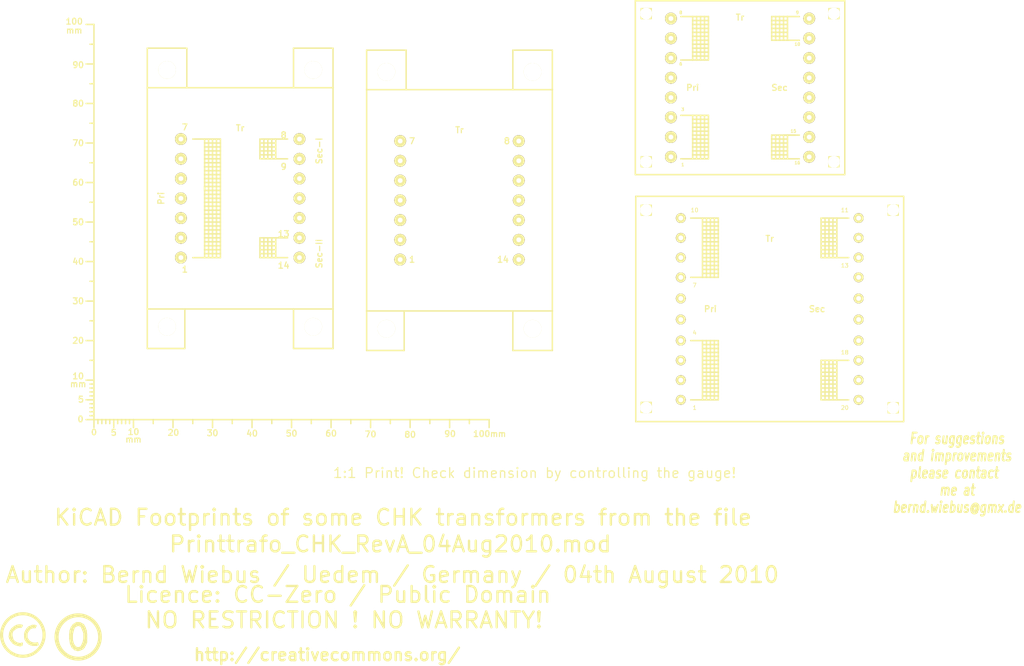
<source format=kicad_pcb>
(kicad_pcb (version 3) (host pcbnew "(2013-03-30 BZR 4007)-stable")

  (general
    (links 0)
    (no_connects 0)
    (area -16.90696 13.555059 277.445441 197.1694)
    (thickness 1.6002)
    (drawings 7)
    (tracks 0)
    (zones 0)
    (modules 7)
    (nets 1)
  )

  (page A4)
  (layers
    (15 Vorderseite signal)
    (0 Rückseite signal)
    (16 B.Adhes user)
    (17 F.Adhes user)
    (18 B.Paste user)
    (19 F.Paste user)
    (20 B.SilkS user)
    (21 F.SilkS user)
    (22 B.Mask user)
    (23 F.Mask user)
    (24 Dwgs.User user)
    (25 Cmts.User user)
    (26 Eco1.User user)
    (27 Eco2.User user)
    (28 Edge.Cuts user)
  )

  (setup
    (last_trace_width 0.2032)
    (trace_clearance 0.254)
    (zone_clearance 0.508)
    (zone_45_only no)
    (trace_min 0.2032)
    (segment_width 0.381)
    (edge_width 0.381)
    (via_size 0.889)
    (via_drill 0.635)
    (via_min_size 0.889)
    (via_min_drill 0.508)
    (uvia_size 0.508)
    (uvia_drill 0.127)
    (uvias_allowed no)
    (uvia_min_size 0.508)
    (uvia_min_drill 0.127)
    (pcb_text_width 0.3048)
    (pcb_text_size 1.524 2.032)
    (mod_edge_width 0.381)
    (mod_text_size 1.524 1.524)
    (mod_text_width 0.3048)
    (pad_size 2.99974 2.99974)
    (pad_drill 2.99974)
    (pad_to_mask_clearance 0.254)
    (aux_axis_origin 0 0)
    (visible_elements 7FFFFFFF)
    (pcbplotparams
      (layerselection 3178497)
      (usegerberextensions true)
      (excludeedgelayer true)
      (linewidth 60)
      (plotframeref false)
      (viasonmask false)
      (mode 1)
      (useauxorigin false)
      (hpglpennumber 1)
      (hpglpenspeed 20)
      (hpglpendiameter 15)
      (hpglpenoverlay 0)
      (psnegative false)
      (psa4output false)
      (plotreference true)
      (plotvalue true)
      (plotothertext true)
      (plotinvisibletext false)
      (padsonsilk false)
      (subtractmaskfromsilk false)
      (outputformat 1)
      (mirror false)
      (drillshape 1)
      (scaleselection 1)
      (outputdirectory ""))
  )

  (net 0 "")

  (net_class Default "Dies ist die voreingestellte Netzklasse."
    (clearance 0.254)
    (trace_width 0.2032)
    (via_dia 0.889)
    (via_drill 0.635)
    (uvia_dia 0.508)
    (uvia_drill 0.127)
    (add_net "")
  )

  (module Gauge_100mm_Type2_SilkScreenTop_RevA_Date22Jun2010 (layer Vorderseite) (tedit 4D963937) (tstamp 4D88F07A)
    (at 39 133)
    (descr "Gauge, Massstab, 100mm, SilkScreenTop, Type 2,")
    (tags "Gauge, Massstab, 100mm, SilkScreenTop, Type 2,")
    (path Gauge_100mm_Type2_SilkScreenTop_RevA_Date22Jun2010)
    (fp_text reference MSC (at 4.0005 8.99922) (layer F.SilkS) hide
      (effects (font (size 1.524 1.524) (thickness 0.3048)))
    )
    (fp_text value Gauge_100mm_Type2_SilkScreenTop_RevA_Date22Jun2010 (at 45.9994 8.99922) (layer F.SilkS) hide
      (effects (font (size 1.524 1.524) (thickness 0.3048)))
    )
    (fp_text user mm (at 9.99998 5.00126) (layer F.SilkS)
      (effects (font (size 1.524 1.524) (thickness 0.3048)))
    )
    (fp_text user mm (at -4.0005 -8.99922) (layer F.SilkS)
      (effects (font (size 1.524 1.524) (thickness 0.3048)))
    )
    (fp_text user mm (at -5.00126 -98.5012) (layer F.SilkS)
      (effects (font (size 1.524 1.524) (thickness 0.3048)))
    )
    (fp_text user 10 (at 10.00506 3.0988) (layer F.SilkS)
      (effects (font (size 1.50114 1.50114) (thickness 0.29972)))
    )
    (fp_text user 0 (at 0.00508 3.19786) (layer F.SilkS)
      (effects (font (size 1.39954 1.50114) (thickness 0.29972)))
    )
    (fp_text user 5 (at 5.0038 3.29946) (layer F.SilkS)
      (effects (font (size 1.50114 1.50114) (thickness 0.29972)))
    )
    (fp_text user 20 (at 20.1041 3.29946) (layer F.SilkS)
      (effects (font (size 1.50114 1.50114) (thickness 0.29972)))
    )
    (fp_text user 30 (at 30.00502 3.39852) (layer F.SilkS)
      (effects (font (size 1.50114 1.50114) (thickness 0.29972)))
    )
    (fp_text user 40 (at 40.005 3.50012) (layer F.SilkS)
      (effects (font (size 1.50114 1.50114) (thickness 0.29972)))
    )
    (fp_text user 50 (at 50.00498 3.50012) (layer F.SilkS)
      (effects (font (size 1.50114 1.50114) (thickness 0.29972)))
    )
    (fp_text user 60 (at 60.00496 3.50012) (layer F.SilkS)
      (effects (font (size 1.50114 1.50114) (thickness 0.29972)))
    )
    (fp_text user 70 (at 70.00494 3.70078) (layer F.SilkS)
      (effects (font (size 1.50114 1.50114) (thickness 0.29972)))
    )
    (fp_text user 80 (at 80.00492 3.79984) (layer F.SilkS)
      (effects (font (size 1.50114 1.50114) (thickness 0.29972)))
    )
    (fp_text user 90 (at 90.1065 3.60172) (layer F.SilkS)
      (effects (font (size 1.50114 1.50114) (thickness 0.29972)))
    )
    (fp_text user 100mm (at 100.10648 3.60172) (layer F.SilkS)
      (effects (font (size 1.50114 1.50114) (thickness 0.29972)))
    )
    (fp_line (start 0 -8.99922) (end -1.00076 -8.99922) (layer F.SilkS) (width 0.381))
    (fp_line (start 0 -8.001) (end -1.00076 -8.001) (layer F.SilkS) (width 0.381))
    (fp_line (start 0 -7.00024) (end -1.00076 -7.00024) (layer F.SilkS) (width 0.381))
    (fp_line (start 0 -5.99948) (end -1.00076 -5.99948) (layer F.SilkS) (width 0.381))
    (fp_line (start 0 -4.0005) (end -1.00076 -4.0005) (layer F.SilkS) (width 0.381))
    (fp_line (start 0 -2.99974) (end -1.00076 -2.99974) (layer F.SilkS) (width 0.381))
    (fp_line (start 0 -1.99898) (end -1.00076 -1.99898) (layer F.SilkS) (width 0.381))
    (fp_line (start 0 -1.00076) (end -1.00076 -1.00076) (layer F.SilkS) (width 0.381))
    (fp_line (start 0 0) (end -1.99898 0) (layer F.SilkS) (width 0.381))
    (fp_line (start 0 -5.00126) (end -1.99898 -5.00126) (layer F.SilkS) (width 0.381))
    (fp_line (start 0 -9.99998) (end -1.99898 -9.99998) (layer F.SilkS) (width 0.381))
    (fp_line (start 0 -15.00124) (end -1.00076 -15.00124) (layer F.SilkS) (width 0.381))
    (fp_line (start 0 -19.99996) (end -1.99898 -19.99996) (layer F.SilkS) (width 0.381))
    (fp_line (start 0 -25.00122) (end -1.00076 -25.00122) (layer F.SilkS) (width 0.381))
    (fp_line (start 0 -29.99994) (end -1.99898 -29.99994) (layer F.SilkS) (width 0.381))
    (fp_line (start 0 -35.0012) (end -1.00076 -35.0012) (layer F.SilkS) (width 0.381))
    (fp_line (start 0 -39.99992) (end -1.99898 -39.99992) (layer F.SilkS) (width 0.381))
    (fp_line (start 0 -45.00118) (end -1.00076 -45.00118) (layer F.SilkS) (width 0.381))
    (fp_line (start 0 -49.9999) (end -1.99898 -49.9999) (layer F.SilkS) (width 0.381))
    (fp_line (start 0 -55.00116) (end -1.00076 -55.00116) (layer F.SilkS) (width 0.381))
    (fp_line (start 0 -59.99988) (end -1.99898 -59.99988) (layer F.SilkS) (width 0.381))
    (fp_line (start 0 -65.00114) (end -1.00076 -65.00114) (layer F.SilkS) (width 0.381))
    (fp_line (start 0 -69.99986) (end -1.99898 -69.99986) (layer F.SilkS) (width 0.381))
    (fp_line (start 0 -75.00112) (end -1.00076 -75.00112) (layer F.SilkS) (width 0.381))
    (fp_line (start 0 -79.99984) (end -1.99898 -79.99984) (layer F.SilkS) (width 0.381))
    (fp_line (start 0 -85.0011) (end -1.00076 -85.0011) (layer F.SilkS) (width 0.381))
    (fp_line (start 0 -89.99982) (end -1.99898 -89.99982) (layer F.SilkS) (width 0.381))
    (fp_line (start 0 -95.00108) (end -1.00076 -95.00108) (layer F.SilkS) (width 0.381))
    (fp_line (start 0 0) (end 0 -99.9998) (layer F.SilkS) (width 0.381))
    (fp_line (start 0 -99.9998) (end -1.99898 -99.9998) (layer F.SilkS) (width 0.381))
    (fp_text user 100 (at -4.99872 -100.7491) (layer F.SilkS)
      (effects (font (size 1.50114 1.50114) (thickness 0.29972)))
    )
    (fp_text user 90 (at -4.0005 -89.7509) (layer F.SilkS)
      (effects (font (size 1.50114 1.50114) (thickness 0.29972)))
    )
    (fp_text user 80 (at -4.0005 -79.99984) (layer F.SilkS)
      (effects (font (size 1.50114 1.50114) (thickness 0.29972)))
    )
    (fp_text user 70 (at -4.0005 -69.99986) (layer F.SilkS)
      (effects (font (size 1.50114 1.50114) (thickness 0.29972)))
    )
    (fp_text user 60 (at -4.0005 -59.99988) (layer F.SilkS)
      (effects (font (size 1.50114 1.50114) (thickness 0.29972)))
    )
    (fp_text user 50 (at -4.0005 -49.9999) (layer F.SilkS)
      (effects (font (size 1.50114 1.50114) (thickness 0.34036)))
    )
    (fp_text user 40 (at -4.0005 -39.99992) (layer F.SilkS)
      (effects (font (size 1.50114 1.50114) (thickness 0.29972)))
    )
    (fp_text user 30 (at -4.0005 -29.99994) (layer F.SilkS)
      (effects (font (size 1.50114 1.50114) (thickness 0.29972)))
    )
    (fp_text user 20 (at -4.0005 -19.99996) (layer F.SilkS)
      (effects (font (size 1.50114 1.50114) (thickness 0.29972)))
    )
    (fp_line (start 95.00108 0) (end 95.00108 1.00076) (layer F.SilkS) (width 0.381))
    (fp_line (start 89.99982 0) (end 89.99982 1.99898) (layer F.SilkS) (width 0.381))
    (fp_line (start 85.0011 0) (end 85.0011 1.00076) (layer F.SilkS) (width 0.381))
    (fp_line (start 79.99984 0) (end 79.99984 1.99898) (layer F.SilkS) (width 0.381))
    (fp_line (start 75.00112 0) (end 75.00112 1.00076) (layer F.SilkS) (width 0.381))
    (fp_line (start 69.99986 0) (end 69.99986 1.99898) (layer F.SilkS) (width 0.381))
    (fp_line (start 65.00114 0) (end 65.00114 1.00076) (layer F.SilkS) (width 0.381))
    (fp_line (start 59.99988 0) (end 59.99988 1.99898) (layer F.SilkS) (width 0.381))
    (fp_line (start 55.00116 0) (end 55.00116 1.00076) (layer F.SilkS) (width 0.381))
    (fp_line (start 49.9999 0) (end 49.9999 1.99898) (layer F.SilkS) (width 0.381))
    (fp_line (start 45.00118 0) (end 45.00118 1.00076) (layer F.SilkS) (width 0.381))
    (fp_line (start 39.99992 0) (end 39.99992 1.99898) (layer F.SilkS) (width 0.381))
    (fp_line (start 35.0012 0) (end 35.0012 1.00076) (layer F.SilkS) (width 0.381))
    (fp_line (start 29.99994 0) (end 29.99994 1.99898) (layer F.SilkS) (width 0.381))
    (fp_line (start 25.00122 0) (end 25.00122 1.00076) (layer F.SilkS) (width 0.381))
    (fp_line (start 19.99996 0) (end 19.99996 1.99898) (layer F.SilkS) (width 0.381))
    (fp_line (start 15.00124 0) (end 15.00124 1.00076) (layer F.SilkS) (width 0.381))
    (fp_line (start 9.99998 0) (end 99.9998 0) (layer F.SilkS) (width 0.381))
    (fp_line (start 99.9998 0) (end 99.9998 1.99898) (layer F.SilkS) (width 0.381))
    (fp_text user 5 (at -3.302 -5.10286) (layer F.SilkS)
      (effects (font (size 1.50114 1.50114) (thickness 0.29972)))
    )
    (fp_text user 0 (at -3.4036 -0.10414) (layer F.SilkS)
      (effects (font (size 1.50114 1.50114) (thickness 0.29972)))
    )
    (fp_text user 10 (at -4.0005 -11.00074) (layer F.SilkS)
      (effects (font (size 1.50114 1.50114) (thickness 0.29972)))
    )
    (fp_line (start 8.99922 0) (end 8.99922 1.00076) (layer F.SilkS) (width 0.381))
    (fp_line (start 8.001 0) (end 8.001 1.00076) (layer F.SilkS) (width 0.381))
    (fp_line (start 7.00024 0) (end 7.00024 1.00076) (layer F.SilkS) (width 0.381))
    (fp_line (start 5.99948 0) (end 5.99948 1.00076) (layer F.SilkS) (width 0.381))
    (fp_line (start 4.0005 0) (end 4.0005 1.00076) (layer F.SilkS) (width 0.381))
    (fp_line (start 2.99974 0) (end 2.99974 1.00076) (layer F.SilkS) (width 0.381))
    (fp_line (start 1.99898 0) (end 1.99898 1.00076) (layer F.SilkS) (width 0.381))
    (fp_line (start 1.00076 0) (end 1.00076 1.00076) (layer F.SilkS) (width 0.381))
    (fp_line (start 5.00126 0) (end 5.00126 1.99898) (layer F.SilkS) (width 0.381))
    (fp_line (start 0 0) (end 0 1.99898) (layer F.SilkS) (width 0.381))
    (fp_line (start 0 0) (end 9.99998 0) (layer F.SilkS) (width 0.381))
    (fp_line (start 9.99998 0) (end 9.99998 1.99898) (layer F.SilkS) (width 0.381))
  )

  (module Symbol_CC-PublicDomain_SilkScreenTop_Big (layer Vorderseite) (tedit 515D641F) (tstamp 515F0B64)
    (at 35 188)
    (descr "Symbol, CC-PublicDomain, SilkScreen Top, Big,")
    (tags "Symbol, CC-PublicDomain, SilkScreen Top, Big,")
    (path Symbol_CC-Noncommercial_CopperTop_Big)
    (fp_text reference Sym (at 0.59944 -7.29996) (layer F.SilkS) hide
      (effects (font (size 1.524 1.524) (thickness 0.3048)))
    )
    (fp_text value Symbol_CC-PublicDomain_SilkScreenTop_Big (at 0.59944 8.001) (layer F.SilkS) hide
      (effects (font (size 1.524 1.524) (thickness 0.3048)))
    )
    (fp_circle (center 0 0) (end 5.8 -0.05) (layer F.SilkS) (width 0.381))
    (fp_circle (center 0 0) (end 5.5 0) (layer F.SilkS) (width 0.381))
    (fp_circle (center 0.05 0) (end 5.25 0) (layer F.SilkS) (width 0.381))
    (fp_line (start 1.1 -2.5) (end 1.4 -1.9) (layer F.SilkS) (width 0.381))
    (fp_line (start -1.8 1.2) (end -1.6 1.9) (layer F.SilkS) (width 0.381))
    (fp_line (start -1.6 1.9) (end -1.2 2.5) (layer F.SilkS) (width 0.381))
    (fp_line (start 0 -3) (end 0.75 -2.75) (layer F.SilkS) (width 0.381))
    (fp_line (start 0.75 -2.75) (end 1 -2.25) (layer F.SilkS) (width 0.381))
    (fp_line (start 1 -2.25) (end 1.5 -1) (layer F.SilkS) (width 0.381))
    (fp_line (start 1.5 -1) (end 1.5 -0.5) (layer F.SilkS) (width 0.381))
    (fp_line (start 1.5 -0.5) (end 1.5 0.5) (layer F.SilkS) (width 0.381))
    (fp_line (start 1.5 0.5) (end 1.25 1.5) (layer F.SilkS) (width 0.381))
    (fp_line (start 1.25 1.5) (end 0.75 2.5) (layer F.SilkS) (width 0.381))
    (fp_line (start 0.75 2.5) (end 0.25 2.75) (layer F.SilkS) (width 0.381))
    (fp_line (start 0.25 2.75) (end -0.25 2.75) (layer F.SilkS) (width 0.381))
    (fp_line (start -0.25 2.75) (end -0.75 2.5) (layer F.SilkS) (width 0.381))
    (fp_line (start -0.75 2.5) (end -1.25 1.75) (layer F.SilkS) (width 0.381))
    (fp_line (start -1.25 1.75) (end -1.5 0.75) (layer F.SilkS) (width 0.381))
    (fp_line (start -1.5 0.75) (end -1.5 -0.75) (layer F.SilkS) (width 0.381))
    (fp_line (start -1.5 -0.75) (end -1.25 -1.75) (layer F.SilkS) (width 0.381))
    (fp_line (start -1.25 -1.75) (end -1 -2.5) (layer F.SilkS) (width 0.381))
    (fp_line (start -1 -2.5) (end -0.3 -2.9) (layer F.SilkS) (width 0.381))
    (fp_line (start -0.3 -2.9) (end 0.2 -3) (layer F.SilkS) (width 0.381))
    (fp_line (start 0.2 -3) (end 0.8 -3) (layer F.SilkS) (width 0.381))
    (fp_line (start 0.8 -3) (end 1.4 -2.3) (layer F.SilkS) (width 0.381))
    (fp_line (start 1.4 -2.3) (end 1.6 -1.4) (layer F.SilkS) (width 0.381))
    (fp_line (start 1.6 -1.4) (end 1.7 -0.3) (layer F.SilkS) (width 0.381))
    (fp_line (start 1.7 -0.3) (end 1.7 0.9) (layer F.SilkS) (width 0.381))
    (fp_line (start 1.7 0.9) (end 1.4 1.8) (layer F.SilkS) (width 0.381))
    (fp_line (start 1.4 1.8) (end 1 2.7) (layer F.SilkS) (width 0.381))
    (fp_line (start 1 2.7) (end 0.5 3) (layer F.SilkS) (width 0.381))
    (fp_line (start 0.5 3) (end -0.4 3) (layer F.SilkS) (width 0.381))
    (fp_line (start -0.4 3) (end -1.3 2.3) (layer F.SilkS) (width 0.381))
    (fp_line (start -1.3 2.3) (end -1.7 1) (layer F.SilkS) (width 0.381))
    (fp_line (start -1.7 1) (end -1.8 -0.7) (layer F.SilkS) (width 0.381))
    (fp_line (start -1.8 -0.7) (end -1.4 -2.2) (layer F.SilkS) (width 0.381))
    (fp_line (start -1.4 -2.2) (end -1 -2.9) (layer F.SilkS) (width 0.381))
    (fp_line (start -1 -2.9) (end -0.2 -3.3) (layer F.SilkS) (width 0.381))
    (fp_line (start -0.2 -3.3) (end 0.7 -3.2) (layer F.SilkS) (width 0.381))
    (fp_line (start 0.7 -3.2) (end 1.3 -3.1) (layer F.SilkS) (width 0.381))
    (fp_line (start 1.3 -3.1) (end 1.7 -2.4) (layer F.SilkS) (width 0.381))
    (fp_line (start 1.7 -2.4) (end 2 -1.6) (layer F.SilkS) (width 0.381))
    (fp_line (start 2 -1.6) (end 2.1 -0.6) (layer F.SilkS) (width 0.381))
    (fp_line (start 2.1 -0.6) (end 2.1 0.3) (layer F.SilkS) (width 0.381))
    (fp_line (start 2.1 0.3) (end 2.1 1.3) (layer F.SilkS) (width 0.381))
    (fp_line (start 2.1 1.3) (end 1.9 1.8) (layer F.SilkS) (width 0.381))
    (fp_line (start 1.9 1.8) (end 1.5 2.6) (layer F.SilkS) (width 0.381))
    (fp_line (start 1.5 2.6) (end 1.1 3) (layer F.SilkS) (width 0.381))
    (fp_line (start 1.1 3) (end 0.4 3.3) (layer F.SilkS) (width 0.381))
    (fp_line (start 0.4 3.3) (end -0.1 3.4) (layer F.SilkS) (width 0.381))
    (fp_line (start -0.1 3.4) (end -0.8 3.2) (layer F.SilkS) (width 0.381))
    (fp_line (start -0.8 3.2) (end -1.5 2.6) (layer F.SilkS) (width 0.381))
    (fp_line (start -1.5 2.6) (end -1.9 1.7) (layer F.SilkS) (width 0.381))
    (fp_line (start -1.9 1.7) (end -2.1 0.4) (layer F.SilkS) (width 0.381))
    (fp_line (start -2.1 0.4) (end -2.1 -0.6) (layer F.SilkS) (width 0.381))
    (fp_line (start -2.1 -0.6) (end -2 -1.6) (layer F.SilkS) (width 0.381))
    (fp_line (start -2 -1.6) (end -1.7 -2.4) (layer F.SilkS) (width 0.381))
    (fp_line (start -1.7 -2.4) (end -1.2 -3.1) (layer F.SilkS) (width 0.381))
    (fp_line (start -1.2 -3.1) (end -0.4 -3.6) (layer F.SilkS) (width 0.381))
    (fp_line (start -0.4 -3.6) (end 0.4 -3.6) (layer F.SilkS) (width 0.381))
    (fp_line (start 0.4 -3.6) (end 1.1 -3.2) (layer F.SilkS) (width 0.381))
    (fp_line (start 1.1 -3.2) (end 1.1 -2.9) (layer F.SilkS) (width 0.381))
    (fp_line (start 1.1 -2.9) (end 1.8 -1.5) (layer F.SilkS) (width 0.381))
    (fp_line (start 1.8 -1.5) (end 1.8 -0.4) (layer F.SilkS) (width 0.381))
    (fp_line (start 1.8 -0.4) (end 1.8 1.1) (layer F.SilkS) (width 0.381))
    (fp_line (start 1.8 1.1) (end 1.2 2.6) (layer F.SilkS) (width 0.381))
    (fp_line (start 1.2 2.6) (end 0.2 3.2) (layer F.SilkS) (width 0.381))
    (fp_line (start 0.2 3.2) (end -0.5 3.2) (layer F.SilkS) (width 0.381))
    (fp_line (start -0.5 3.2) (end -1.1 2.7) (layer F.SilkS) (width 0.381))
    (fp_line (start -1.1 2.7) (end -1.9 0.6) (layer F.SilkS) (width 0.381))
    (fp_line (start -1.9 0.6) (end -1.7 -1.9) (layer F.SilkS) (width 0.381))
  )

  (module Symbol_CreativeCommons_SilkScreenTop_Type2_Big (layer Vorderseite) (tedit 515D640C) (tstamp 515F46B2)
    (at 21 187.5)
    (descr "Symbol, Creative Commons, SilkScreen Top, Type 2, Big,")
    (tags "Symbol, Creative Commons, SilkScreen Top, Type 2, Big,")
    (path Symbol_CreativeCommons_CopperTop_Type2_Big)
    (fp_text reference Sym (at 0.59944 -7.29996) (layer F.SilkS) hide
      (effects (font (size 1.524 1.524) (thickness 0.3048)))
    )
    (fp_text value Symbol_CreativeCommons_Typ2_SilkScreenTop_Big (at 0.59944 8.001) (layer F.SilkS) hide
      (effects (font (size 1.524 1.524) (thickness 0.3048)))
    )
    (fp_line (start -0.70104 2.70002) (end -0.29972 2.60096) (layer F.SilkS) (width 0.381))
    (fp_line (start -0.29972 2.60096) (end -0.20066 2.10058) (layer F.SilkS) (width 0.381))
    (fp_line (start -2.49936 -1.69926) (end -2.70002 -1.6002) (layer F.SilkS) (width 0.381))
    (fp_line (start -2.70002 -1.6002) (end -3.0988 -1.00076) (layer F.SilkS) (width 0.381))
    (fp_line (start -3.0988 -1.00076) (end -3.29946 -0.50038) (layer F.SilkS) (width 0.381))
    (fp_line (start -3.29946 -0.50038) (end -3.40106 0.39878) (layer F.SilkS) (width 0.381))
    (fp_line (start -3.40106 0.39878) (end -3.29946 0.89916) (layer F.SilkS) (width 0.381))
    (fp_line (start -0.19812 2.4003) (end -0.29718 2.59842) (layer F.SilkS) (width 0.381))
    (fp_line (start 3.70078 2.10058) (end 3.79984 2.4003) (layer F.SilkS) (width 0.381))
    (fp_line (start 2.99974 -2.4003) (end 3.29946 -2.30124) (layer F.SilkS) (width 0.381))
    (fp_line (start 3.29946 -2.30124) (end 3.0988 -1.99898) (layer F.SilkS) (width 0.381))
    (fp_line (start 0 -5.40004) (end -0.50038 -5.40004) (layer F.SilkS) (width 0.381))
    (fp_line (start -0.50038 -5.40004) (end -1.30048 -5.10032) (layer F.SilkS) (width 0.381))
    (fp_line (start -1.30048 -5.10032) (end -1.99898 -4.89966) (layer F.SilkS) (width 0.381))
    (fp_line (start -1.99898 -4.89966) (end -2.70002 -4.699) (layer F.SilkS) (width 0.381))
    (fp_line (start -2.70002 -4.699) (end -3.29946 -4.20116) (layer F.SilkS) (width 0.381))
    (fp_line (start -3.29946 -4.20116) (end -4.0005 -3.59918) (layer F.SilkS) (width 0.381))
    (fp_line (start -4.0005 -3.59918) (end -4.50088 -2.99974) (layer F.SilkS) (width 0.381))
    (fp_line (start -4.50088 -2.99974) (end -5.00126 -2.10058) (layer F.SilkS) (width 0.381))
    (fp_line (start -5.00126 -2.10058) (end -5.30098 -1.09982) (layer F.SilkS) (width 0.381))
    (fp_line (start -5.30098 -1.09982) (end -5.40004 0.09906) (layer F.SilkS) (width 0.381))
    (fp_line (start -5.40004 0.09906) (end -5.19938 1.30048) (layer F.SilkS) (width 0.381))
    (fp_line (start -5.19938 1.30048) (end -4.8006 2.4003) (layer F.SilkS) (width 0.381))
    (fp_line (start -4.8006 2.4003) (end -3.79984 3.8989) (layer F.SilkS) (width 0.381))
    (fp_line (start -3.79984 3.8989) (end -2.60096 4.8006) (layer F.SilkS) (width 0.381))
    (fp_line (start -2.60096 4.8006) (end -1.30048 5.30098) (layer F.SilkS) (width 0.381))
    (fp_line (start -1.30048 5.30098) (end 0.09906 5.30098) (layer F.SilkS) (width 0.381))
    (fp_line (start 0.09906 5.30098) (end 1.6002 5.19938) (layer F.SilkS) (width 0.381))
    (fp_line (start 1.6002 5.19938) (end 2.60096 4.699) (layer F.SilkS) (width 0.381))
    (fp_line (start 2.60096 4.699) (end 4.20116 3.40106) (layer F.SilkS) (width 0.381))
    (fp_line (start 4.20116 3.40106) (end 5.00126 1.80086) (layer F.SilkS) (width 0.381))
    (fp_line (start 5.00126 1.80086) (end 5.40004 0.29972) (layer F.SilkS) (width 0.381))
    (fp_line (start 5.40004 0.29972) (end 5.19938 -1.39954) (layer F.SilkS) (width 0.381))
    (fp_line (start 5.19938 -1.39954) (end 4.699 -2.49936) (layer F.SilkS) (width 0.381))
    (fp_line (start 4.699 -2.49936) (end 3.40106 -4.09956) (layer F.SilkS) (width 0.381))
    (fp_line (start 3.40106 -4.09956) (end 2.4003 -4.8006) (layer F.SilkS) (width 0.381))
    (fp_line (start 2.4003 -4.8006) (end 1.39954 -5.19938) (layer F.SilkS) (width 0.381))
    (fp_line (start 1.39954 -5.19938) (end 0 -5.30098) (layer F.SilkS) (width 0.381))
    (fp_line (start 0.60198 -0.70104) (end 0.50292 -0.20066) (layer F.SilkS) (width 0.381))
    (fp_line (start 0.50292 -0.20066) (end 0.50292 0.49784) (layer F.SilkS) (width 0.381))
    (fp_line (start 0.50292 0.49784) (end 0.60198 1.09982) (layer F.SilkS) (width 0.381))
    (fp_line (start 0.60198 1.09982) (end 1.00076 1.69926) (layer F.SilkS) (width 0.381))
    (fp_line (start 1.00076 1.69926) (end 1.50114 2.19964) (layer F.SilkS) (width 0.381))
    (fp_line (start 1.50114 2.19964) (end 2.10058 2.49936) (layer F.SilkS) (width 0.381))
    (fp_line (start 2.10058 2.49936) (end 2.60096 2.59842) (layer F.SilkS) (width 0.381))
    (fp_line (start 2.60096 2.59842) (end 3.00228 2.59842) (layer F.SilkS) (width 0.381))
    (fp_line (start 3.00228 2.59842) (end 3.40106 2.59842) (layer F.SilkS) (width 0.381))
    (fp_line (start 3.40106 2.59842) (end 3.80238 2.49936) (layer F.SilkS) (width 0.381))
    (fp_line (start 3.80238 2.49936) (end 3.70078 2.2987) (layer F.SilkS) (width 0.381))
    (fp_line (start 3.70078 2.2987) (end 2.80162 2.4003) (layer F.SilkS) (width 0.381))
    (fp_line (start 2.80162 2.4003) (end 1.80086 2.09804) (layer F.SilkS) (width 0.381))
    (fp_line (start 1.80086 2.09804) (end 1.20142 1.6002) (layer F.SilkS) (width 0.381))
    (fp_line (start 1.20142 1.6002) (end 0.80264 0.6985) (layer F.SilkS) (width 0.381))
    (fp_line (start 0.80264 0.6985) (end 0.70104 -0.29972) (layer F.SilkS) (width 0.381))
    (fp_line (start 0.70104 -0.29972) (end 1.00076 -1.00076) (layer F.SilkS) (width 0.381))
    (fp_line (start 1.00076 -1.00076) (end 1.60274 -1.7018) (layer F.SilkS) (width 0.381))
    (fp_line (start 1.60274 -1.7018) (end 2.30124 -2.10058) (layer F.SilkS) (width 0.381))
    (fp_line (start 2.30124 -2.10058) (end 3.00228 -2.10058) (layer F.SilkS) (width 0.381))
    (fp_line (start 3.00228 -2.10058) (end 3.10134 -1.89992) (layer F.SilkS) (width 0.381))
    (fp_line (start 3.10134 -1.89992) (end 2.5019 -1.89992) (layer F.SilkS) (width 0.381))
    (fp_line (start 2.5019 -1.89992) (end 1.80086 -1.6002) (layer F.SilkS) (width 0.381))
    (fp_line (start 1.80086 -1.6002) (end 1.30048 -1.00076) (layer F.SilkS) (width 0.381))
    (fp_line (start 1.30048 -1.00076) (end 1.00076 -0.40132) (layer F.SilkS) (width 0.381))
    (fp_line (start 1.00076 -0.40132) (end 1.00076 0.09906) (layer F.SilkS) (width 0.381))
    (fp_line (start 1.00076 0.09906) (end 1.00076 0.6985) (layer F.SilkS) (width 0.381))
    (fp_line (start 1.00076 0.6985) (end 1.30048 1.19888) (layer F.SilkS) (width 0.381))
    (fp_line (start 1.30048 1.19888) (end 1.7018 1.69926) (layer F.SilkS) (width 0.381))
    (fp_line (start 1.7018 1.69926) (end 2.30124 1.99898) (layer F.SilkS) (width 0.381))
    (fp_line (start 2.30124 1.99898) (end 2.90068 2.09804) (layer F.SilkS) (width 0.381))
    (fp_line (start 2.90068 2.09804) (end 3.40106 2.09804) (layer F.SilkS) (width 0.381))
    (fp_line (start 3.40106 2.09804) (end 3.70078 1.99898) (layer F.SilkS) (width 0.381))
    (fp_line (start 3.00228 -2.4003) (end 2.40284 -2.4003) (layer F.SilkS) (width 0.381))
    (fp_line (start 2.40284 -2.4003) (end 2.00152 -2.20218) (layer F.SilkS) (width 0.381))
    (fp_line (start 2.00152 -2.20218) (end 1.50114 -2.00152) (layer F.SilkS) (width 0.381))
    (fp_line (start 1.50114 -2.00152) (end 1.10236 -1.6002) (layer F.SilkS) (width 0.381))
    (fp_line (start 1.10236 -1.6002) (end 0.80264 -1.09982) (layer F.SilkS) (width 0.381))
    (fp_line (start 0.80264 -1.09982) (end 0.60198 -0.70104) (layer F.SilkS) (width 0.381))
    (fp_line (start -0.39878 -1.99898) (end -0.89916 -1.99898) (layer F.SilkS) (width 0.381))
    (fp_line (start -0.89916 -1.99898) (end -1.39954 -1.89738) (layer F.SilkS) (width 0.381))
    (fp_line (start -1.39954 -1.89738) (end -1.89992 -1.59766) (layer F.SilkS) (width 0.381))
    (fp_line (start -1.89992 -1.59766) (end -2.4003 -1.19888) (layer F.SilkS) (width 0.381))
    (fp_line (start -2.4003 -1.30048) (end -2.70002 -0.8001) (layer F.SilkS) (width 0.381))
    (fp_line (start -2.70002 -0.8001) (end -2.79908 -0.29972) (layer F.SilkS) (width 0.381))
    (fp_line (start -2.79908 -0.29972) (end -2.79908 0.20066) (layer F.SilkS) (width 0.381))
    (fp_line (start -2.79908 0.20066) (end -2.59842 1.00076) (layer F.SilkS) (width 0.381))
    (fp_line (start -2.69748 1.00076) (end -2.39776 1.39954) (layer F.SilkS) (width 0.381))
    (fp_line (start -2.29616 1.4986) (end -1.79578 1.89992) (layer F.SilkS) (width 0.381))
    (fp_line (start -1.79578 1.89992) (end -1.29794 2.09804) (layer F.SilkS) (width 0.381))
    (fp_line (start -1.29794 2.09804) (end -0.89662 2.19964) (layer F.SilkS) (width 0.381))
    (fp_line (start -0.89662 2.19964) (end -0.49784 2.19964) (layer F.SilkS) (width 0.381))
    (fp_line (start -0.49784 2.19964) (end -0.19812 2.09804) (layer F.SilkS) (width 0.381))
    (fp_line (start -0.19812 2.09804) (end -0.29718 2.4003) (layer F.SilkS) (width 0.381))
    (fp_line (start -0.29718 2.4003) (end -0.89662 2.49936) (layer F.SilkS) (width 0.381))
    (fp_line (start -0.89662 2.49936) (end -1.59766 2.2987) (layer F.SilkS) (width 0.381))
    (fp_line (start -1.59766 2.2987) (end -2.29616 1.79832) (layer F.SilkS) (width 0.381))
    (fp_line (start -2.29616 1.79832) (end -2.79654 1.29794) (layer F.SilkS) (width 0.381))
    (fp_line (start -2.79908 1.39954) (end -2.99974 0.70104) (layer F.SilkS) (width 0.381))
    (fp_line (start -2.99974 0.70104) (end -3.0988 0) (layer F.SilkS) (width 0.381))
    (fp_line (start -3.0988 0) (end -2.99974 -0.59944) (layer F.SilkS) (width 0.381))
    (fp_line (start -2.99974 -0.8001) (end -2.70002 -1.30048) (layer F.SilkS) (width 0.381))
    (fp_line (start -2.70002 -1.09982) (end -2.19964 -1.6002) (layer F.SilkS) (width 0.381))
    (fp_line (start -2.19964 -1.69926) (end -1.69926 -1.99898) (layer F.SilkS) (width 0.381))
    (fp_line (start -1.69926 -1.99898) (end -1.19888 -2.19964) (layer F.SilkS) (width 0.381))
    (fp_line (start -1.19888 -2.19964) (end -0.6985 -2.19964) (layer F.SilkS) (width 0.381))
    (fp_line (start -0.6985 -2.19964) (end -0.29972 -2.19964) (layer F.SilkS) (width 0.381))
    (fp_line (start -0.29972 -2.19964) (end -0.20066 -2.39776) (layer F.SilkS) (width 0.381))
    (fp_line (start -0.20066 -2.39776) (end -0.59944 -2.49936) (layer F.SilkS) (width 0.381))
    (fp_line (start -0.59944 -2.49936) (end -1.00076 -2.49936) (layer F.SilkS) (width 0.381))
    (fp_line (start -1.00076 -2.49936) (end -1.4986 -2.39776) (layer F.SilkS) (width 0.381))
    (fp_line (start -1.4986 -2.39776) (end -2.10058 -2.09804) (layer F.SilkS) (width 0.381))
    (fp_line (start -2.10058 -2.09804) (end -2.59842 -1.69926) (layer F.SilkS) (width 0.381))
    (fp_line (start -2.59842 -1.6002) (end -3.0988 -0.89916) (layer F.SilkS) (width 0.381))
    (fp_line (start -3.0988 -0.89916) (end -3.29946 -0.29972) (layer F.SilkS) (width 0.381))
    (fp_line (start -3.29946 -0.29972) (end -3.29946 0.40132) (layer F.SilkS) (width 0.381))
    (fp_line (start -3.29946 0.40132) (end -3.2004 1.00076) (layer F.SilkS) (width 0.381))
    (fp_line (start -3.29946 0.8001) (end -2.99974 1.39954) (layer F.SilkS) (width 0.381))
    (fp_line (start -2.89814 1.4986) (end -2.49682 1.99898) (layer F.SilkS) (width 0.381))
    (fp_line (start -2.49682 1.99898) (end -1.89738 2.4003) (layer F.SilkS) (width 0.381))
    (fp_line (start -1.89738 2.4003) (end -1.19634 2.59842) (layer F.SilkS) (width 0.381))
    (fp_line (start -1.19634 2.59842) (end -0.69596 2.70002) (layer F.SilkS) (width 0.381))
    (fp_line (start -2.9972 1.19888) (end -2.59842 1.19888) (layer F.SilkS) (width 0.381))
    (fp_circle (center 0 0) (end 5.08 1.016) (layer F.SilkS) (width 0.381))
    (fp_circle (center 0 0) (end 5.588 0) (layer F.SilkS) (width 0.381))
  )

  (module Trafo_CHK-EI54-16VA_2xSec_RevA_05Aug2010 (layer Vorderseite) (tedit 51AF8DB6) (tstamp 51B0B531)
    (at 76 77)
    (descr "Trafo, Printtrafo, CHK, EI54, 16VA, 2x Sec,")
    (tags "Trafo, Printtrafo, CHK, EI54, 16VA, 2x Sec,")
    (fp_text reference Tr (at 0 -17.78) (layer F.SilkS)
      (effects (font (size 1.524 1.524) (thickness 0.3048)))
    )
    (fp_text value Trafo_CHK-EI54-16VA_2xSec_RevA_05Aug2010 (at 0 0 90) (layer F.SilkS) hide
      (effects (font (size 0.7493 0.7493) (thickness 0.18796)))
    )
    (fp_text user Sec-II (at 19.99996 14.00048 90) (layer F.SilkS)
      (effects (font (size 1.524 1.524) (thickness 0.3048)))
    )
    (fp_text user Sec-I (at 19.99996 -11.99896 90) (layer F.SilkS)
      (effects (font (size 1.524 1.524) (thickness 0.3048)))
    )
    (fp_text user 14 (at 11.00074 17.00022) (layer F.SilkS)
      (effects (font (size 1.524 1.524) (thickness 0.3048)))
    )
    (fp_text user 13 (at 11.00074 8.99922) (layer F.SilkS)
      (effects (font (size 1.524 1.524) (thickness 0.3048)))
    )
    (fp_text user 9 (at 11.00074 -8.001) (layer F.SilkS)
      (effects (font (size 1.524 1.524) (thickness 0.3048)))
    )
    (fp_text user 8 (at 11.00074 -15.99946) (layer F.SilkS)
      (effects (font (size 1.524 1.524) (thickness 0.3048)))
    )
    (fp_line (start 8.99922 -9.99998) (end 11.99896 -9.99998) (layer F.SilkS) (width 0.381))
    (fp_line (start 8.99922 -15.00124) (end 8.99922 -9.99998) (layer F.SilkS) (width 0.381))
    (fp_line (start 11.99896 -15.00124) (end 8.99922 -15.00124) (layer F.SilkS) (width 0.381))
    (fp_line (start 5.00126 -9.99998) (end 8.99922 -9.99998) (layer F.SilkS) (width 0.381))
    (fp_line (start 5.00126 -15.00124) (end 5.00126 -9.99998) (layer F.SilkS) (width 0.381))
    (fp_line (start 8.99922 -15.00124) (end 5.00126 -15.00124) (layer F.SilkS) (width 0.381))
    (fp_line (start 8.001 -9.99998) (end 8.001 -15.00124) (layer F.SilkS) (width 0.381))
    (fp_line (start 7.00024 -15.00124) (end 7.00024 -9.99998) (layer F.SilkS) (width 0.381))
    (fp_line (start 5.99948 -9.99998) (end 5.99948 -15.00124) (layer F.SilkS) (width 0.381))
    (fp_line (start 5.00126 -14.00048) (end 8.99922 -14.00048) (layer F.SilkS) (width 0.381))
    (fp_line (start 8.99922 -12.99972) (end 5.00126 -12.99972) (layer F.SilkS) (width 0.381))
    (fp_line (start 5.00126 -11.99896) (end 8.99922 -11.99896) (layer F.SilkS) (width 0.381))
    (fp_line (start 8.99922 -11.00074) (end 5.00126 -11.00074) (layer F.SilkS) (width 0.381))
    (fp_line (start 8.99922 14.00048) (end 5.00126 14.00048) (layer F.SilkS) (width 0.381))
    (fp_line (start 5.00126 13.00226) (end 8.99922 13.00226) (layer F.SilkS) (width 0.381))
    (fp_line (start 8.99922 12.0015) (end 5.00126 12.0015) (layer F.SilkS) (width 0.381))
    (fp_line (start 5.00126 11.00074) (end 8.99922 11.00074) (layer F.SilkS) (width 0.381))
    (fp_line (start 5.99948 15.00124) (end 5.99948 9.99998) (layer F.SilkS) (width 0.381))
    (fp_line (start 7.00024 9.99998) (end 7.00024 15.00124) (layer F.SilkS) (width 0.381))
    (fp_line (start 8.001 15.00124) (end 8.001 9.99998) (layer F.SilkS) (width 0.381))
    (fp_line (start 8.99922 9.99998) (end 5.00126 9.99998) (layer F.SilkS) (width 0.381))
    (fp_line (start 5.00126 9.99998) (end 5.00126 15.00124) (layer F.SilkS) (width 0.381))
    (fp_line (start 5.00126 15.00124) (end 8.99922 15.00124) (layer F.SilkS) (width 0.381))
    (fp_line (start 11.99896 9.99998) (end 8.99922 9.99998) (layer F.SilkS) (width 0.381))
    (fp_line (start 8.99922 9.99998) (end 8.99922 15.00124) (layer F.SilkS) (width 0.381))
    (fp_line (start 8.99922 15.00124) (end 11.99896 15.00124) (layer F.SilkS) (width 0.381))
    (fp_text user Pri (at -19.99996 0 90) (layer F.SilkS)
      (effects (font (size 1.524 1.524) (thickness 0.3048)))
    )
    (fp_line (start -8.99922 14.00048) (end -5.00126 14.00048) (layer F.SilkS) (width 0.381))
    (fp_line (start -5.00126 12.99972) (end -8.99922 12.99972) (layer F.SilkS) (width 0.381))
    (fp_line (start -8.99922 11.99896) (end -5.00126 11.99896) (layer F.SilkS) (width 0.381))
    (fp_line (start -5.00126 11.00074) (end -8.99922 11.00074) (layer F.SilkS) (width 0.381))
    (fp_line (start -8.99922 9.99998) (end -5.00126 9.99998) (layer F.SilkS) (width 0.381))
    (fp_line (start -5.00126 8.99922) (end -8.99922 8.99922) (layer F.SilkS) (width 0.381))
    (fp_line (start -8.99922 8.001) (end -5.00126 8.001) (layer F.SilkS) (width 0.381))
    (fp_line (start -5.00126 7.00024) (end -8.99922 7.00024) (layer F.SilkS) (width 0.381))
    (fp_line (start -8.99922 5.99948) (end -5.00126 5.99948) (layer F.SilkS) (width 0.381))
    (fp_line (start -5.00126 5.00126) (end -8.99922 5.00126) (layer F.SilkS) (width 0.381))
    (fp_line (start -8.99922 4.0005) (end -5.00126 4.0005) (layer F.SilkS) (width 0.381))
    (fp_line (start -5.00126 2.99974) (end -8.99922 2.99974) (layer F.SilkS) (width 0.381))
    (fp_line (start -8.99922 1.99898) (end -5.00126 1.99898) (layer F.SilkS) (width 0.381))
    (fp_line (start -5.00126 1.00076) (end -8.99922 1.00076) (layer F.SilkS) (width 0.381))
    (fp_line (start -8.99922 0) (end -5.00126 0) (layer F.SilkS) (width 0.381))
    (fp_line (start -5.00126 -1.00076) (end -8.99922 -1.00076) (layer F.SilkS) (width 0.381))
    (fp_line (start -5.00126 -2.99974) (end -8.99922 -2.99974) (layer F.SilkS) (width 0.381))
    (fp_line (start -8.99922 -2.99974) (end -8.99922 -1.99898) (layer F.SilkS) (width 0.381))
    (fp_line (start -8.99922 -1.99898) (end -5.00126 -1.99898) (layer F.SilkS) (width 0.381))
    (fp_line (start -8.99922 -4.0005) (end -5.00126 -4.0005) (layer F.SilkS) (width 0.381))
    (fp_line (start -5.00126 -5.00126) (end -8.99922 -5.00126) (layer F.SilkS) (width 0.381))
    (fp_line (start -8.99922 -5.99948) (end -5.00126 -5.99948) (layer F.SilkS) (width 0.381))
    (fp_line (start -5.00126 -7.00024) (end -8.99922 -7.00024) (layer F.SilkS) (width 0.381))
    (fp_line (start -8.99922 -8.001) (end -5.00126 -8.001) (layer F.SilkS) (width 0.381))
    (fp_line (start -5.00126 -8.99922) (end -8.99922 -8.99922) (layer F.SilkS) (width 0.381))
    (fp_line (start -8.99922 -9.99998) (end -5.00126 -9.99998) (layer F.SilkS) (width 0.381))
    (fp_line (start -5.00126 -11.00074) (end -8.99922 -11.00074) (layer F.SilkS) (width 0.381))
    (fp_line (start -8.99922 -11.99896) (end -5.00126 -11.99896) (layer F.SilkS) (width 0.381))
    (fp_line (start -5.00126 -12.99972) (end -8.99922 -12.99972) (layer F.SilkS) (width 0.381))
    (fp_line (start -8.99922 -14.00048) (end -5.00126 -14.00048) (layer F.SilkS) (width 0.381))
    (fp_line (start -5.99948 15.00124) (end -5.99948 -15.00124) (layer F.SilkS) (width 0.381))
    (fp_line (start -7.00024 -15.00124) (end -7.00024 15.00124) (layer F.SilkS) (width 0.381))
    (fp_line (start -8.001 15.00124) (end -8.001 -15.00124) (layer F.SilkS) (width 0.381))
    (fp_line (start -8.99922 -15.00124) (end -5.00126 -15.00124) (layer F.SilkS) (width 0.381))
    (fp_line (start -5.00126 -15.00124) (end -5.00126 15.00124) (layer F.SilkS) (width 0.381))
    (fp_line (start -5.00126 15.00124) (end -8.99922 15.00124) (layer F.SilkS) (width 0.381))
    (fp_line (start -11.99896 -15.00124) (end -8.99922 -15.00124) (layer F.SilkS) (width 0.381))
    (fp_line (start -8.99922 -15.00124) (end -8.99922 15.00124) (layer F.SilkS) (width 0.381))
    (fp_line (start -8.99922 15.00124) (end -11.99896 15.00124) (layer F.SilkS) (width 0.381))
    (fp_line (start 23.50008 28.00096) (end 23.50008 38.00094) (layer F.SilkS) (width 0.381))
    (fp_line (start 23.50008 38.00094) (end 13.5001 38.00094) (layer F.SilkS) (width 0.381))
    (fp_line (start 13.5001 38.00094) (end 13.5001 28.00096) (layer F.SilkS) (width 0.381))
    (fp_line (start -23.50008 28.00096) (end -23.50008 38.00094) (layer F.SilkS) (width 0.381))
    (fp_line (start -23.50008 38.00094) (end -14.00048 38.00094) (layer F.SilkS) (width 0.381))
    (fp_line (start -14.00048 38.00094) (end -14.00048 28.00096) (layer F.SilkS) (width 0.381))
    (fp_line (start -23.50008 -28.00096) (end -23.50008 -38.00094) (layer F.SilkS) (width 0.381))
    (fp_line (start -23.50008 -38.00094) (end -13.5001 -38.00094) (layer F.SilkS) (width 0.381))
    (fp_line (start -13.5001 -38.00094) (end -13.5001 -28.00096) (layer F.SilkS) (width 0.381))
    (fp_line (start 23.50008 -28.00096) (end 23.50008 -38.00094) (layer F.SilkS) (width 0.381))
    (fp_line (start 23.50008 -38.00094) (end 13.5001 -38.00094) (layer F.SilkS) (width 0.381))
    (fp_line (start 13.5001 -38.00094) (end 13.5001 -28.00096) (layer F.SilkS) (width 0.381))
    (fp_text user 7 (at -14.00048 -18.00098) (layer F.SilkS)
      (effects (font (size 1.524 1.524) (thickness 0.3048)))
    )
    (fp_text user 1 (at -14.00048 18.00098) (layer F.SilkS)
      (effects (font (size 1.524 1.524) (thickness 0.3048)))
    )
    (fp_line (start -23.50008 28.00096) (end 23.50008 28.00096) (layer F.SilkS) (width 0.381))
    (fp_line (start 23.50008 28.00096) (end 23.50008 -28.00096) (layer F.SilkS) (width 0.381))
    (fp_line (start 23.50008 -28.00096) (end -23.50008 -28.00096) (layer F.SilkS) (width 0.381))
    (fp_line (start -23.50008 -28.00096) (end -23.50008 28.00096) (layer F.SilkS) (width 0.381))
    (pad 1 thru_hole circle (at -15.00124 15.00124) (size 2.99974 2.99974) (drill 1.19888)
      (layers *.Cu *.Mask F.SilkS)
    )
    (pad 2 thru_hole circle (at -15.00124 9.99998) (size 2.99974 2.99974) (drill 1.19888)
      (layers *.Cu *.Mask F.SilkS)
    )
    (pad 3 thru_hole circle (at -15.00124 5.00126) (size 2.99974 2.99974) (drill 1.19888)
      (layers *.Cu *.Mask F.SilkS)
    )
    (pad 4 thru_hole circle (at -15.00124 0) (size 2.99974 2.99974) (drill 1.19888)
      (layers *.Cu *.Mask F.SilkS)
    )
    (pad 5 thru_hole circle (at -15.00124 -5.00126) (size 2.99974 2.99974) (drill 1.19888)
      (layers *.Cu *.Mask F.SilkS)
    )
    (pad 6 thru_hole circle (at -15.00124 -9.99998) (size 2.99974 2.99974) (drill 1.19888)
      (layers *.Cu *.Mask F.SilkS)
    )
    (pad 7 thru_hole circle (at -15.00124 -15.00124) (size 2.99974 2.99974) (drill 1.19888)
      (layers *.Cu *.Mask F.SilkS)
    )
    (pad 8 thru_hole circle (at 15.00124 -15.00124) (size 2.99974 2.99974) (drill 1.19888)
      (layers *.Cu *.Mask F.SilkS)
    )
    (pad 9 thru_hole circle (at 15.00124 -9.99998) (size 2.99974 2.99974) (drill 1.19888)
      (layers *.Cu *.Mask F.SilkS)
    )
    (pad 10 thru_hole circle (at 15.00124 -5.00126) (size 2.99974 2.99974) (drill 1.19888)
      (layers *.Cu *.Mask F.SilkS)
    )
    (pad 11 thru_hole circle (at 15.00124 0) (size 2.99974 2.99974) (drill 1.19888)
      (layers *.Cu *.Mask F.SilkS)
    )
    (pad 12 thru_hole circle (at 15.00124 5.00126) (size 2.99974 2.99974) (drill 1.19888)
      (layers *.Cu *.Mask F.SilkS)
    )
    (pad 13 thru_hole circle (at 15.00124 9.99998) (size 2.99974 2.99974) (drill 1.19888)
      (layers *.Cu *.Mask F.SilkS)
    )
    (pad 14 thru_hole circle (at 15.00124 15.00124) (size 2.99974 2.99974) (drill 1.19888)
      (layers *.Cu *.Mask F.SilkS)
    )
    (pad "" np_thru_hole circle (at -18.49882 32.4993) (size 4.50088 4.50088) (drill 4.50088)
      (layers *.Cu *.Mask F.SilkS)
    )
    (pad "" np_thru_hole circle (at 18.49882 32.4993) (size 4.50088 4.50088) (drill 4.50088)
      (layers *.Cu *.Mask F.SilkS)
    )
    (pad "" np_thru_hole circle (at 18.49882 -32.4993) (size 4.50088 4.50088) (drill 4.50088)
      (layers *.Cu *.Mask F.SilkS)
    )
    (pad "" np_thru_hole circle (at -18.49882 -32.4993) (size 4.50088 4.50088) (drill 4.50088)
      (layers *.Cu *.Mask F.SilkS)
    )
  )

  (module Trafo_CHK-EI54-16VA_Neutral_RevA_05Aug2010 (layer Vorderseite) (tedit 51AF8DDE) (tstamp 51B0BD83)
    (at 131.5 77.5)
    (descr "Trafo, Printtrafo, CHK, EI54, 16VA, neutral,")
    (tags "Trafo, Printtrafo, CHK, EI54, 16VA, neutral,")
    (fp_text reference Tr (at 0 -17.78) (layer F.SilkS)
      (effects (font (size 1.524 1.524) (thickness 0.3048)))
    )
    (fp_text value Trafo_CHK-EI54-16VA_Neutral_RevA_05Aug2010 (at 0 0 90) (layer F.SilkS) hide
      (effects (font (size 0.7493 0.7493) (thickness 0.18796)))
    )
    (fp_line (start 23.50008 28.00096) (end 23.50008 38.00094) (layer F.SilkS) (width 0.381))
    (fp_line (start 23.50008 38.00094) (end 13.5001 38.00094) (layer F.SilkS) (width 0.381))
    (fp_line (start 13.5001 38.00094) (end 13.5001 28.00096) (layer F.SilkS) (width 0.381))
    (fp_line (start -23.50008 28.00096) (end -23.50008 38.00094) (layer F.SilkS) (width 0.381))
    (fp_line (start -23.50008 38.00094) (end -14.00048 38.00094) (layer F.SilkS) (width 0.381))
    (fp_line (start -14.00048 38.00094) (end -14.00048 28.00096) (layer F.SilkS) (width 0.381))
    (fp_line (start -23.50008 -28.00096) (end -23.50008 -38.00094) (layer F.SilkS) (width 0.381))
    (fp_line (start -23.50008 -38.00094) (end -13.5001 -38.00094) (layer F.SilkS) (width 0.381))
    (fp_line (start -13.5001 -38.00094) (end -13.5001 -28.00096) (layer F.SilkS) (width 0.381))
    (fp_line (start 23.50008 -28.00096) (end 23.50008 -38.00094) (layer F.SilkS) (width 0.381))
    (fp_line (start 23.50008 -38.00094) (end 13.5001 -38.00094) (layer F.SilkS) (width 0.381))
    (fp_line (start 13.5001 -38.00094) (end 13.5001 -28.00096) (layer F.SilkS) (width 0.381))
    (fp_text user 14 (at 11.00074 15.00124) (layer F.SilkS)
      (effects (font (size 1.524 1.524) (thickness 0.3048)))
    )
    (fp_text user 8 (at 11.99896 -15.00124) (layer F.SilkS)
      (effects (font (size 1.524 1.524) (thickness 0.3048)))
    )
    (fp_text user 7 (at -11.99896 -15.00124) (layer F.SilkS)
      (effects (font (size 1.524 1.524) (thickness 0.3048)))
    )
    (fp_text user 1 (at -11.99896 15.00124) (layer F.SilkS)
      (effects (font (size 1.524 1.524) (thickness 0.3048)))
    )
    (fp_line (start -23.50008 28.00096) (end 23.50008 28.00096) (layer F.SilkS) (width 0.381))
    (fp_line (start 23.50008 28.00096) (end 23.50008 -28.00096) (layer F.SilkS) (width 0.381))
    (fp_line (start 23.50008 -28.00096) (end -23.50008 -28.00096) (layer F.SilkS) (width 0.381))
    (fp_line (start -23.50008 -28.00096) (end -23.50008 28.00096) (layer F.SilkS) (width 0.381))
    (pad 1 thru_hole circle (at -15.00124 15.00124) (size 2.99974 2.99974) (drill 1.19888)
      (layers *.Cu *.Mask F.SilkS)
    )
    (pad 2 thru_hole circle (at -15.00124 9.99998) (size 2.99974 2.99974) (drill 1.19888)
      (layers *.Cu *.Mask F.SilkS)
    )
    (pad 3 thru_hole circle (at -15.00124 5.00126) (size 2.99974 2.99974) (drill 1.19888)
      (layers *.Cu *.Mask F.SilkS)
    )
    (pad 4 thru_hole circle (at -15.00124 0) (size 2.99974 2.99974) (drill 1.19888)
      (layers *.Cu *.Mask F.SilkS)
    )
    (pad 5 thru_hole circle (at -15.00124 -5.00126) (size 2.99974 2.99974) (drill 1.19888)
      (layers *.Cu *.Mask F.SilkS)
    )
    (pad 6 thru_hole circle (at -15.00124 -9.99998) (size 2.99974 2.99974) (drill 1.19888)
      (layers *.Cu *.Mask F.SilkS)
    )
    (pad 7 thru_hole circle (at -15.00124 -15.00124) (size 2.99974 2.99974) (drill 1.19888)
      (layers *.Cu *.Mask F.SilkS)
    )
    (pad 8 thru_hole circle (at 15.00124 -15.00124) (size 2.99974 2.99974) (drill 1.19888)
      (layers *.Cu *.Mask F.SilkS)
    )
    (pad 9 thru_hole circle (at 15.00124 -9.99998) (size 2.99974 2.99974) (drill 1.19888)
      (layers *.Cu *.Mask F.SilkS)
    )
    (pad 10 thru_hole circle (at 15.00124 -5.00126) (size 2.99974 2.99974) (drill 1.19888)
      (layers *.Cu *.Mask F.SilkS)
    )
    (pad 11 thru_hole circle (at 15.00124 0) (size 2.99974 2.99974) (drill 1.19888)
      (layers *.Cu *.Mask F.SilkS)
    )
    (pad 12 thru_hole circle (at 15.00124 5.00126) (size 2.99974 2.99974) (drill 1.19888)
      (layers *.Cu *.Mask F.SilkS)
    )
    (pad 13 thru_hole circle (at 15.00124 9.99998) (size 2.99974 2.99974) (drill 1.19888)
      (layers *.Cu *.Mask F.SilkS)
    )
    (pad 14 thru_hole circle (at 15.00124 15.00124) (size 2.99974 2.99974) (drill 1.19888)
      (layers *.Cu *.Mask F.SilkS)
    )
    (pad "" np_thru_hole circle (at -18.49882 32.4993) (size 4.50088 4.50088) (drill 4.50088)
      (layers *.Cu *.Mask F.SilkS)
    )
    (pad "" np_thru_hole circle (at 18.49882 32.4993) (size 4.50088 4.50088) (drill 4.50088)
      (layers *.Cu *.Mask F.SilkS)
    )
    (pad "" np_thru_hole circle (at 18.49882 -32.4993) (size 4.50088 4.50088) (drill 4.50088)
      (layers *.Cu *.Mask F.SilkS)
    )
    (pad "" np_thru_hole circle (at -18.49882 -32.4993) (size 4.50088 4.50088) (drill 4.50088)
      (layers *.Cu *.Mask F.SilkS)
    )
  )

  (module Trafo_Flat_CHK-UI30-4VA_RevA_05Aug2010 (layer Vorderseite) (tedit 51AF8E12) (tstamp 51B0C5FB)
    (at 202.5 49)
    (descr "Trafo, Flattrafo, CHK, UI30, 4VA,")
    (tags "Trafo, Flattrafo, CHK, UI30, 4VA,")
    (fp_text reference Tr (at 0 -17.78) (layer F.SilkS)
      (effects (font (size 1.524 1.524) (thickness 0.3048)))
    )
    (fp_text value Trafo_Flat_CHK-UI30-4VA_RevA_05Aug2010 (at 0 0 90) (layer F.SilkS) hide
      (effects (font (size 0.7493 0.7493) (thickness 0.18796)))
    )
    (fp_text user Sec (at 9.99998 0) (layer F.SilkS)
      (effects (font (size 1.524 1.524) (thickness 0.3048)))
    )
    (fp_text user Pri (at -11.99896 0) (layer F.SilkS)
      (effects (font (size 1.524 1.524) (thickness 0.3048)))
    )
    (fp_text user 15 (at 13.5001 10.9982) (layer F.SilkS)
      (effects (font (size 0.7493 0.7493) (thickness 0.18796)))
    )
    (fp_line (start 14.00048 11.99896) (end 10.9982 11.99896) (layer F.SilkS) (width 0.381))
    (fp_text user 10 (at 14.50086 -11.00328) (layer F.SilkS)
      (effects (font (size 0.7493 0.7493) (thickness 0.18796)))
    )
    (fp_text user 3 (at -14.50086 5.4991) (layer F.SilkS)
      (effects (font (size 0.7493 0.7493) (thickness 0.18796)))
    )
    (fp_text user 6 (at -15.00124 -6.00202) (layer F.SilkS)
      (effects (font (size 0.7493 0.7493) (thickness 0.18796)))
    )
    (fp_line (start 11.99896 18.00098) (end 15.00124 18.00098) (layer F.SilkS) (width 0.381))
    (fp_line (start 11.99896 11.99896) (end 11.99896 18.00098) (layer F.SilkS) (width 0.381))
    (fp_line (start 15.00124 11.99896) (end 11.99896 11.99896) (layer F.SilkS) (width 0.381))
    (fp_line (start 8.001 18.00098) (end 11.99896 18.00098) (layer F.SilkS) (width 0.381))
    (fp_line (start 8.001 11.99896) (end 8.001 18.00098) (layer F.SilkS) (width 0.381))
    (fp_line (start 11.99896 11.99896) (end 8.001 11.99896) (layer F.SilkS) (width 0.381))
    (fp_line (start 11.00074 11.99896) (end 11.00074 18.00098) (layer F.SilkS) (width 0.381))
    (fp_line (start 9.99998 11.99896) (end 9.99998 18.00098) (layer F.SilkS) (width 0.381))
    (fp_line (start 8.99922 11.99896) (end 8.99922 18.00098) (layer F.SilkS) (width 0.381))
    (fp_line (start 8.001 12.99972) (end 11.99896 12.99972) (layer F.SilkS) (width 0.381))
    (fp_line (start 11.99896 14.00048) (end 8.001 14.00048) (layer F.SilkS) (width 0.381))
    (fp_line (start 8.001 14.9987) (end 11.99896 14.9987) (layer F.SilkS) (width 0.381))
    (fp_line (start 8.001 15.99946) (end 11.99896 15.99946) (layer F.SilkS) (width 0.381))
    (fp_line (start 11.99896 17.00022) (end 8.001 17.00022) (layer F.SilkS) (width 0.381))
    (fp_line (start -11.99896 18.00098) (end -15.00124 18.00098) (layer F.SilkS) (width 0.381))
    (fp_line (start -11.99896 7.00024) (end -11.99896 18.00098) (layer F.SilkS) (width 0.381))
    (fp_line (start -15.00124 7.00024) (end -11.99896 7.00024) (layer F.SilkS) (width 0.381))
    (fp_line (start -8.001 18.00098) (end -11.99896 18.00098) (layer F.SilkS) (width 0.381))
    (fp_line (start -8.001 7.00024) (end -8.001 18.00098) (layer F.SilkS) (width 0.381))
    (fp_line (start -11.99896 7.00024) (end -8.001 7.00024) (layer F.SilkS) (width 0.381))
    (fp_line (start -11.00074 7.00024) (end -11.00074 18.00098) (layer F.SilkS) (width 0.381))
    (fp_line (start -9.99998 18.00098) (end -9.99998 7.00024) (layer F.SilkS) (width 0.381))
    (fp_line (start -8.99922 7.00024) (end -8.99922 18.00098) (layer F.SilkS) (width 0.381))
    (fp_line (start -11.99896 8.001) (end -8.001 8.001) (layer F.SilkS) (width 0.381))
    (fp_line (start -11.99896 9.00176) (end -8.001 9.00176) (layer F.SilkS) (width 0.381))
    (fp_line (start -11.99896 9.99998) (end -8.001 9.99998) (layer F.SilkS) (width 0.381))
    (fp_line (start -11.99896 12.0015) (end -8.001 12.0015) (layer F.SilkS) (width 0.381))
    (fp_line (start -11.99896 11.00074) (end -8.001 11.00074) (layer F.SilkS) (width 0.381))
    (fp_line (start -11.00074 13.00226) (end -11.99896 13.00226) (layer F.SilkS) (width 0.381))
    (fp_line (start -11.99896 13.00226) (end -11.00074 13.00226) (layer F.SilkS) (width 0.381))
    (fp_line (start -8.001 13.00226) (end -11.99896 13.00226) (layer F.SilkS) (width 0.381))
    (fp_line (start -11.99896 14.00048) (end -8.001 14.00048) (layer F.SilkS) (width 0.381))
    (fp_line (start -8.001 15.00124) (end -11.99896 15.00124) (layer F.SilkS) (width 0.381))
    (fp_line (start -8.99922 16.002) (end -8.001 16.002) (layer F.SilkS) (width 0.381))
    (fp_line (start -11.99896 16.002) (end -8.99922 16.002) (layer F.SilkS) (width 0.381))
    (fp_line (start -8.001 17.00022) (end -11.99896 17.00022) (layer F.SilkS) (width 0.381))
    (fp_line (start -8.001 -8.001) (end -11.99896 -8.001) (layer F.SilkS) (width 0.381))
    (fp_line (start -11.99896 -8.99922) (end -8.99922 -8.99922) (layer F.SilkS) (width 0.381))
    (fp_line (start -8.99922 -8.99922) (end -8.001 -8.99922) (layer F.SilkS) (width 0.381))
    (fp_line (start -8.001 -9.99998) (end -11.99896 -9.99998) (layer F.SilkS) (width 0.381))
    (fp_line (start -11.99896 -11.00074) (end -8.001 -11.00074) (layer F.SilkS) (width 0.381))
    (fp_line (start -8.001 -11.99896) (end -11.99896 -11.99896) (layer F.SilkS) (width 0.381))
    (fp_line (start -11.99896 -11.99896) (end -11.00074 -11.99896) (layer F.SilkS) (width 0.381))
    (fp_line (start -11.00074 -11.99896) (end -11.99896 -11.99896) (layer F.SilkS) (width 0.381))
    (fp_line (start -11.99896 -14.00048) (end -8.001 -14.00048) (layer F.SilkS) (width 0.381))
    (fp_line (start -11.99896 -12.99972) (end -8.001 -12.99972) (layer F.SilkS) (width 0.381))
    (fp_line (start -11.99896 -15.00124) (end -8.001 -15.00124) (layer F.SilkS) (width 0.381))
    (fp_line (start -11.99896 -15.99946) (end -8.001 -15.99946) (layer F.SilkS) (width 0.381))
    (fp_line (start -11.99896 -17.00022) (end -8.001 -17.00022) (layer F.SilkS) (width 0.381))
    (fp_line (start -8.99922 -18.00098) (end -8.99922 -7.00024) (layer F.SilkS) (width 0.381))
    (fp_line (start -9.99998 -7.00024) (end -9.99998 -18.00098) (layer F.SilkS) (width 0.381))
    (fp_line (start -11.00074 -18.00098) (end -11.00074 -7.00024) (layer F.SilkS) (width 0.381))
    (fp_line (start -11.99896 -18.00098) (end -8.001 -18.00098) (layer F.SilkS) (width 0.381))
    (fp_line (start -8.001 -18.00098) (end -8.001 -7.00024) (layer F.SilkS) (width 0.381))
    (fp_line (start -8.001 -7.00024) (end -11.99896 -7.00024) (layer F.SilkS) (width 0.381))
    (fp_line (start -15.00124 -18.00098) (end -11.99896 -18.00098) (layer F.SilkS) (width 0.381))
    (fp_line (start -11.99896 -18.00098) (end -11.99896 -7.00024) (layer F.SilkS) (width 0.381))
    (fp_line (start -11.99896 -7.00024) (end -15.00124 -7.00024) (layer F.SilkS) (width 0.381))
    (fp_line (start 11.99896 -12.99972) (end 8.001 -12.99972) (layer F.SilkS) (width 0.381))
    (fp_line (start 8.001 -14.00048) (end 11.99896 -14.00048) (layer F.SilkS) (width 0.381))
    (fp_line (start 8.001 -15.00124) (end 11.99896 -15.00124) (layer F.SilkS) (width 0.381))
    (fp_line (start 11.99896 -15.99946) (end 8.001 -15.99946) (layer F.SilkS) (width 0.381))
    (fp_line (start 8.001 -17.00022) (end 11.99896 -17.00022) (layer F.SilkS) (width 0.381))
    (fp_line (start 8.99922 -18.00098) (end 8.99922 -11.99896) (layer F.SilkS) (width 0.381))
    (fp_line (start 9.99998 -18.00098) (end 9.99998 -11.99896) (layer F.SilkS) (width 0.381))
    (fp_line (start 11.00074 -18.00098) (end 11.00074 -11.99896) (layer F.SilkS) (width 0.381))
    (fp_line (start 11.99896 -18.00098) (end 8.001 -18.00098) (layer F.SilkS) (width 0.381))
    (fp_line (start 8.001 -18.00098) (end 8.001 -11.99896) (layer F.SilkS) (width 0.381))
    (fp_line (start 8.001 -11.99896) (end 11.99896 -11.99896) (layer F.SilkS) (width 0.381))
    (fp_line (start 15.00124 -18.00098) (end 11.99896 -18.00098) (layer F.SilkS) (width 0.381))
    (fp_line (start 11.99896 -18.00098) (end 11.99896 -11.99896) (layer F.SilkS) (width 0.381))
    (fp_line (start 11.99896 -11.99896) (end 15.00124 -11.99896) (layer F.SilkS) (width 0.381))
    (fp_line (start 23.749 17.5006) (end 22.49932 17.5006) (layer F.SilkS) (width 0.381))
    (fp_line (start 22.49932 17.5006) (end 22.49932 19.99996) (layer F.SilkS) (width 0.381))
    (fp_line (start 22.49932 19.99996) (end 25.00122 19.99996) (layer F.SilkS) (width 0.381))
    (fp_line (start 25.00122 19.99996) (end 25.00122 17.5006) (layer F.SilkS) (width 0.381))
    (fp_line (start 25.00122 17.5006) (end 23.749 17.5006) (layer F.SilkS) (width 0.381))
    (fp_line (start -23.749 17.5006) (end -25.00122 17.5006) (layer F.SilkS) (width 0.381))
    (fp_line (start -25.00122 17.5006) (end -25.00122 19.99996) (layer F.SilkS) (width 0.381))
    (fp_line (start -25.00122 19.99996) (end -22.49932 19.99996) (layer F.SilkS) (width 0.381))
    (fp_line (start -22.49932 19.99996) (end -22.49932 17.5006) (layer F.SilkS) (width 0.381))
    (fp_line (start -22.49932 17.5006) (end -23.749 17.5006) (layer F.SilkS) (width 0.381))
    (fp_line (start -23.749 -19.99996) (end -25.00122 -19.99996) (layer F.SilkS) (width 0.381))
    (fp_line (start -25.00122 -19.99996) (end -25.00122 -17.5006) (layer F.SilkS) (width 0.381))
    (fp_line (start -25.00122 -17.5006) (end -22.49932 -17.5006) (layer F.SilkS) (width 0.381))
    (fp_line (start -22.49932 -17.5006) (end -22.49932 -19.99996) (layer F.SilkS) (width 0.381))
    (fp_line (start -22.49932 -19.99996) (end -23.749 -19.99996) (layer F.SilkS) (width 0.381))
    (fp_line (start 23.749 -19.99996) (end 22.49932 -19.99996) (layer F.SilkS) (width 0.381))
    (fp_line (start 22.49932 -19.99996) (end 22.49932 -17.5006) (layer F.SilkS) (width 0.381))
    (fp_line (start 22.49932 -17.5006) (end 25.00122 -17.5006) (layer F.SilkS) (width 0.381))
    (fp_line (start 25.00122 -17.5006) (end 25.00122 -19.99996) (layer F.SilkS) (width 0.381))
    (fp_line (start 25.00122 -19.99996) (end 23.749 -19.99996) (layer F.SilkS) (width 0.381))
    (fp_text user 16 (at 14.50086 18.9992) (layer F.SilkS)
      (effects (font (size 0.7493 0.7493) (thickness 0.18796)))
    )
    (fp_text user 9 (at 14.50086 -19.00174) (layer F.SilkS)
      (effects (font (size 0.7493 0.7493) (thickness 0.18796)))
    )
    (fp_text user 8 (at -15.00124 -19.00174) (layer F.SilkS)
      (effects (font (size 0.7493 0.7493) (thickness 0.18796)))
    )
    (fp_text user 1 (at -14.50086 19.49958) (layer F.SilkS)
      (effects (font (size 0.7493 0.7493) (thickness 0.18796)))
    )
    (fp_line (start -26.49982 21.99894) (end 26.49982 21.99894) (layer F.SilkS) (width 0.381))
    (fp_line (start 26.49982 21.99894) (end 26.49982 -21.99894) (layer F.SilkS) (width 0.381))
    (fp_line (start 26.49982 -21.99894) (end -26.49982 -21.99894) (layer F.SilkS) (width 0.381))
    (fp_line (start -26.49982 -21.99894) (end -26.49982 21.99894) (layer F.SilkS) (width 0.381))
    (pad "" np_thru_hole circle (at -23.749 18.75028) (size 2.99974 2.99974) (drill 2.99974)
      (layers *.Cu *.Mask F.SilkS)
    )
    (pad "" np_thru_hole circle (at 23.749 18.75028) (size 2.99974 2.99974) (drill 2.99974)
      (layers *.Cu *.Mask F.SilkS)
    )
    (pad "" np_thru_hole circle (at 23.749 -18.75028) (size 2.99974 2.99974) (drill 2.99974)
      (layers *.Cu *.Mask F.SilkS)
    )
    (pad "" np_thru_hole circle (at -23.749 -18.75028) (size 2.99974 2.99974) (drill 2.99974)
      (layers *.Cu *.Mask F.SilkS)
    )
    (pad 1 thru_hole circle (at -17.5006 17.5006) (size 2.99974 2.99974) (drill 1.19888)
      (layers *.Cu *.Mask F.SilkS)
    )
    (pad 2 thru_hole circle (at -17.5006 12.49934) (size 2.99974 2.99974) (drill 1.19888)
      (layers *.Cu *.Mask F.SilkS)
    )
    (pad 3 thru_hole circle (at -17.5006 7.50062) (size 2.99974 2.99974) (drill 1.19888)
      (layers *.Cu *.Mask F.SilkS)
    )
    (pad 4 thru_hole circle (at -17.5006 2.49936) (size 2.99974 2.99974) (drill 1.19888)
      (layers *.Cu *.Mask F.SilkS)
    )
    (pad 5 thru_hole circle (at -17.5006 -2.49936) (size 2.99974 2.99974) (drill 1.19888)
      (layers *.Cu *.Mask F.SilkS)
    )
    (pad 6 thru_hole circle (at -17.5006 -7.50062) (size 2.99974 2.99974) (drill 1.19888)
      (layers *.Cu *.Mask F.SilkS)
    )
    (pad 7 thru_hole circle (at -17.5006 -12.49934) (size 2.99974 2.99974) (drill 1.19888)
      (layers *.Cu *.Mask F.SilkS)
    )
    (pad 8 thru_hole circle (at -17.5006 -17.5006) (size 2.99974 2.99974) (drill 1.19888)
      (layers *.Cu *.Mask F.SilkS)
    )
    (pad 9 thru_hole circle (at 17.5006 -17.5006) (size 2.99974 2.99974) (drill 1.19888)
      (layers *.Cu *.Mask F.SilkS)
    )
    (pad 10 thru_hole circle (at 17.5006 -12.49934) (size 2.99974 2.99974) (drill 1.19888)
      (layers *.Cu *.Mask F.SilkS)
    )
    (pad 11 thru_hole circle (at 17.5006 -7.50062) (size 2.99974 2.99974) (drill 1.19888)
      (layers *.Cu *.Mask F.SilkS)
    )
    (pad 12 thru_hole circle (at 17.5006 -2.49936) (size 2.99974 2.99974) (drill 1.19888)
      (layers *.Cu *.Mask F.SilkS)
    )
    (pad 13 thru_hole circle (at 17.5006 2.49936) (size 2.99974 2.99974) (drill 1.19888)
      (layers *.Cu *.Mask F.SilkS)
    )
    (pad 14 thru_hole circle (at 17.5006 7.50062) (size 2.99974 2.99974) (drill 1.19888)
      (layers *.Cu *.Mask F.SilkS)
    )
    (pad 15 thru_hole circle (at 17.5006 12.49934) (size 2.99974 2.99974) (drill 1.19888)
      (layers *.Cu *.Mask F.SilkS)
    )
    (pad 16 thru_hole circle (at 17.5006 17.5006) (size 2.99974 2.99974) (drill 1.19888)
      (layers *.Cu *.Mask F.SilkS)
    )
  )

  (module Trafo_Flat_CHK-UI39-10VA_RevA_05Aug2010 (layer Vorderseite) (tedit 51AF8E49) (tstamp 51B0CF3F)
    (at 210 105)
    (descr "Trafo, Flattrafo, CHK, UI39, 10VA,")
    (tags "Trafo, Flattrafo, CHK, UI39, 10VA,")
    (fp_text reference Tr (at 0 -17.78) (layer F.SilkS)
      (effects (font (size 1.524 1.524) (thickness 0.3048)))
    )
    (fp_text value Trafo_Flat_CHK-UI39-10VA_RevA_05Aug2010 (at 0 0 90) (layer F.SilkS) hide
      (effects (font (size 0.7493 0.7493) (thickness 0.18796)))
    )
    (fp_text user Sec (at 11.99896 0) (layer F.SilkS)
      (effects (font (size 1.524 1.524) (thickness 0.3048)))
    )
    (fp_text user Pri (at -15.00124 0) (layer F.SilkS)
      (effects (font (size 1.524 1.524) (thickness 0.3048)))
    )
    (fp_text user 20 (at 19.00174 24.99868) (layer F.SilkS)
      (effects (font (size 1.00076 1.00076) (thickness 0.18796)))
    )
    (fp_text user 18 (at 19.00174 10.9982) (layer F.SilkS)
      (effects (font (size 1.00076 1.00076) (thickness 0.18796)))
    )
    (fp_text user 13 (at 19.00174 -11.00074) (layer F.SilkS)
      (effects (font (size 1.00076 1.00076) (thickness 0.18796)))
    )
    (fp_text user 11 (at 19.00174 -25.00122) (layer F.SilkS)
      (effects (font (size 1.00076 1.00076) (thickness 0.18796)))
    )
    (fp_text user 10 (at -18.9992 -25.00122) (layer F.SilkS)
      (effects (font (size 1.00076 1.00076) (thickness 0.18796)))
    )
    (fp_text user 7 (at -18.9992 -6.00202) (layer F.SilkS)
      (effects (font (size 1.00076 1.00076) (thickness 0.18796)))
    )
    (fp_text user 4 (at -18.9992 5.99948) (layer F.SilkS)
      (effects (font (size 1.00076 1.00076) (thickness 0.18796)))
    )
    (fp_text user 1 (at -18.9992 25.00122) (layer F.SilkS)
      (effects (font (size 1.00076 1.00076) (thickness 0.18796)))
    )
    (fp_line (start 17.00022 23.00224) (end 19.99996 23.00224) (layer F.SilkS) (width 0.381))
    (fp_line (start 17.00022 13.00226) (end 17.00022 23.00224) (layer F.SilkS) (width 0.381))
    (fp_line (start 19.99996 13.00226) (end 17.00022 13.00226) (layer F.SilkS) (width 0.381))
    (fp_line (start 12.99972 23.00224) (end 17.00022 23.00224) (layer F.SilkS) (width 0.381))
    (fp_line (start 12.99972 13.00226) (end 12.99972 23.00224) (layer F.SilkS) (width 0.381))
    (fp_line (start 17.00022 13.00226) (end 12.99972 13.00226) (layer F.SilkS) (width 0.381))
    (fp_line (start 15.99946 13.00226) (end 15.99946 23.00224) (layer F.SilkS) (width 0.381))
    (fp_line (start 15.00124 23.00224) (end 15.00124 13.00226) (layer F.SilkS) (width 0.381))
    (fp_line (start 14.00048 13.00226) (end 14.00048 23.00224) (layer F.SilkS) (width 0.381))
    (fp_line (start 12.99972 14.00302) (end 17.00022 14.00302) (layer F.SilkS) (width 0.381))
    (fp_line (start 12.99972 15.00124) (end 17.00022 15.00124) (layer F.SilkS) (width 0.381))
    (fp_line (start 12.99972 16.002) (end 17.00022 16.002) (layer F.SilkS) (width 0.381))
    (fp_line (start 12.99972 17.00276) (end 17.00022 17.00276) (layer F.SilkS) (width 0.381))
    (fp_line (start 12.99972 18.00098) (end 17.00022 18.00098) (layer F.SilkS) (width 0.381))
    (fp_line (start 12.99972 19.00174) (end 17.00022 19.00174) (layer F.SilkS) (width 0.381))
    (fp_line (start 12.99972 20.0025) (end 17.00022 20.0025) (layer F.SilkS) (width 0.381))
    (fp_line (start 12.99972 21.00072) (end 17.00022 21.00072) (layer F.SilkS) (width 0.381))
    (fp_line (start 12.99972 22.00148) (end 17.00022 22.00148) (layer F.SilkS) (width 0.381))
    (fp_line (start 12.99972 -14.00048) (end 17.00022 -14.00048) (layer F.SilkS) (width 0.381))
    (fp_line (start 12.99972 -15.00124) (end 17.00022 -15.00124) (layer F.SilkS) (width 0.381))
    (fp_line (start 12.99972 -15.99946) (end 17.00022 -15.99946) (layer F.SilkS) (width 0.381))
    (fp_line (start 12.99972 -17.00022) (end 17.00022 -17.00022) (layer F.SilkS) (width 0.381))
    (fp_line (start 12.99972 -18.00098) (end 17.00022 -18.00098) (layer F.SilkS) (width 0.381))
    (fp_line (start 12.99972 -18.9992) (end 17.00022 -18.9992) (layer F.SilkS) (width 0.381))
    (fp_line (start 12.99972 -19.99996) (end 17.00022 -19.99996) (layer F.SilkS) (width 0.381))
    (fp_line (start 12.99972 -21.00072) (end 17.00022 -21.00072) (layer F.SilkS) (width 0.381))
    (fp_line (start 12.99972 -21.99894) (end 17.00022 -21.99894) (layer F.SilkS) (width 0.381))
    (fp_line (start 14.00048 -22.9997) (end 14.00048 -12.99972) (layer F.SilkS) (width 0.381))
    (fp_line (start 15.00124 -12.99972) (end 15.00124 -22.9997) (layer F.SilkS) (width 0.381))
    (fp_line (start 15.99946 -22.9997) (end 15.99946 -12.99972) (layer F.SilkS) (width 0.381))
    (fp_line (start 17.00022 -22.9997) (end 12.99972 -22.9997) (layer F.SilkS) (width 0.381))
    (fp_line (start 12.99972 -22.9997) (end 12.99972 -12.99972) (layer F.SilkS) (width 0.381))
    (fp_line (start 12.99972 -12.99972) (end 17.00022 -12.99972) (layer F.SilkS) (width 0.381))
    (fp_line (start 19.99996 -22.9997) (end 17.00022 -22.9997) (layer F.SilkS) (width 0.381))
    (fp_line (start 17.00022 -22.9997) (end 17.00022 -12.99972) (layer F.SilkS) (width 0.381))
    (fp_line (start 17.00022 -12.99972) (end 19.99996 -12.99972) (layer F.SilkS) (width 0.381))
    (fp_line (start -17.00022 -8.001) (end -19.99996 -8.001) (layer F.SilkS) (width 0.381))
    (fp_line (start -17.00022 -22.9997) (end -17.00022 -8.001) (layer F.SilkS) (width 0.381))
    (fp_line (start -19.99996 -22.9997) (end -17.00022 -22.9997) (layer F.SilkS) (width 0.381))
    (fp_line (start -12.99972 -8.001) (end -17.00022 -8.001) (layer F.SilkS) (width 0.381))
    (fp_line (start -12.99972 -22.9997) (end -12.99972 -8.001) (layer F.SilkS) (width 0.381))
    (fp_line (start -17.00022 -22.9997) (end -12.99972 -22.9997) (layer F.SilkS) (width 0.381))
    (fp_line (start -15.99946 -22.9997) (end -15.99946 -8.001) (layer F.SilkS) (width 0.381))
    (fp_line (start -15.00124 -8.001) (end -15.00124 -22.9997) (layer F.SilkS) (width 0.381))
    (fp_line (start -14.00048 -22.9997) (end -14.00048 -8.001) (layer F.SilkS) (width 0.381))
    (fp_line (start -17.00022 -22.00148) (end -12.99972 -22.00148) (layer F.SilkS) (width 0.381))
    (fp_line (start -17.00022 -21.00072) (end -12.99972 -21.00072) (layer F.SilkS) (width 0.381))
    (fp_line (start -17.00022 -19.99996) (end -12.99972 -19.99996) (layer F.SilkS) (width 0.381))
    (fp_line (start -17.00022 -19.00174) (end -12.99972 -19.00174) (layer F.SilkS) (width 0.381))
    (fp_line (start -17.00022 -18.00098) (end -12.99972 -18.00098) (layer F.SilkS) (width 0.381))
    (fp_line (start -17.00022 -17.00022) (end -12.99972 -17.00022) (layer F.SilkS) (width 0.381))
    (fp_line (start -17.00022 -15.99946) (end -12.99972 -15.99946) (layer F.SilkS) (width 0.381))
    (fp_line (start -17.00022 -15.00124) (end -12.99972 -15.00124) (layer F.SilkS) (width 0.381))
    (fp_line (start -17.00022 -14.00048) (end -12.99972 -14.00048) (layer F.SilkS) (width 0.381))
    (fp_line (start -17.00022 -12.99972) (end -12.99972 -12.99972) (layer F.SilkS) (width 0.381))
    (fp_line (start -17.00022 -12.0015) (end -12.99972 -12.0015) (layer F.SilkS) (width 0.381))
    (fp_line (start -17.00022 -11.00074) (end -12.99972 -11.00074) (layer F.SilkS) (width 0.381))
    (fp_line (start -17.00022 -9.99998) (end -12.99972 -9.99998) (layer F.SilkS) (width 0.381))
    (fp_line (start -17.00022 -9.00176) (end -12.99972 -9.00176) (layer F.SilkS) (width 0.381))
    (fp_line (start -17.00022 21.99894) (end -12.99972 21.99894) (layer F.SilkS) (width 0.381))
    (fp_line (start -17.00022 21.00072) (end -12.99972 21.00072) (layer F.SilkS) (width 0.381))
    (fp_line (start -17.00022 19.99996) (end -12.99972 19.99996) (layer F.SilkS) (width 0.381))
    (fp_line (start -17.00022 18.9992) (end -12.99972 18.9992) (layer F.SilkS) (width 0.381))
    (fp_line (start -17.00022 18.00098) (end -12.99972 18.00098) (layer F.SilkS) (width 0.381))
    (fp_line (start -17.00022 17.00022) (end -12.99972 17.00022) (layer F.SilkS) (width 0.381))
    (fp_line (start -17.00022 15.99946) (end -12.99972 15.99946) (layer F.SilkS) (width 0.381))
    (fp_line (start -17.00022 15.00124) (end -12.99972 15.00124) (layer F.SilkS) (width 0.381))
    (fp_line (start -17.00022 14.00048) (end -12.99972 14.00048) (layer F.SilkS) (width 0.381))
    (fp_line (start -17.00022 12.99972) (end -12.99972 12.99972) (layer F.SilkS) (width 0.381))
    (fp_line (start -17.00022 11.99896) (end -12.99972 11.99896) (layer F.SilkS) (width 0.381))
    (fp_line (start -17.00022 11.00074) (end -12.99972 11.00074) (layer F.SilkS) (width 0.381))
    (fp_line (start -17.00022 9.99998) (end -12.99972 9.99998) (layer F.SilkS) (width 0.381))
    (fp_line (start -17.00022 8.99922) (end -12.99972 8.99922) (layer F.SilkS) (width 0.381))
    (fp_line (start -14.00048 8.001) (end -14.00048 22.9997) (layer F.SilkS) (width 0.381))
    (fp_line (start -15.00124 22.9997) (end -15.00124 8.001) (layer F.SilkS) (width 0.381))
    (fp_line (start -15.99946 8.001) (end -15.99946 22.9997) (layer F.SilkS) (width 0.381))
    (fp_line (start -17.00022 8.001) (end -12.99972 8.001) (layer F.SilkS) (width 0.381))
    (fp_line (start -12.99972 8.001) (end -12.99972 22.9997) (layer F.SilkS) (width 0.381))
    (fp_line (start -12.99972 22.9997) (end -17.00022 22.9997) (layer F.SilkS) (width 0.381))
    (fp_line (start -19.99996 8.001) (end -17.00022 8.001) (layer F.SilkS) (width 0.381))
    (fp_line (start -17.00022 8.001) (end -17.00022 22.9997) (layer F.SilkS) (width 0.381))
    (fp_line (start -17.00022 22.9997) (end -19.99996 22.9997) (layer F.SilkS) (width 0.381))
    (fp_line (start -31.24962 -26.2509) (end -32.4993 -26.2509) (layer F.SilkS) (width 0.381))
    (fp_line (start -32.4993 -26.2509) (end -32.4993 -23.749) (layer F.SilkS) (width 0.381))
    (fp_line (start -32.4993 -23.749) (end -29.99994 -23.749) (layer F.SilkS) (width 0.381))
    (fp_line (start -29.99994 -23.749) (end -29.99994 -26.2509) (layer F.SilkS) (width 0.381))
    (fp_line (start -29.99994 -26.2509) (end -31.24962 -26.2509) (layer F.SilkS) (width 0.381))
    (fp_line (start 31.24962 -26.2509) (end 29.99994 -26.2509) (layer F.SilkS) (width 0.381))
    (fp_line (start 29.99994 -26.2509) (end 29.99994 -23.749) (layer F.SilkS) (width 0.381))
    (fp_line (start 29.99994 -23.749) (end 32.4993 -23.749) (layer F.SilkS) (width 0.381))
    (fp_line (start 32.4993 -23.749) (end 32.4993 -26.2509) (layer F.SilkS) (width 0.381))
    (fp_line (start 32.4993 -26.2509) (end 31.24962 -26.2509) (layer F.SilkS) (width 0.381))
    (fp_line (start 31.24962 23.749) (end 29.99994 23.749) (layer F.SilkS) (width 0.381))
    (fp_line (start 29.99994 23.749) (end 29.99994 26.2509) (layer F.SilkS) (width 0.381))
    (fp_line (start 29.99994 26.2509) (end 32.4993 26.2509) (layer F.SilkS) (width 0.381))
    (fp_line (start 32.4993 26.2509) (end 32.4993 23.749) (layer F.SilkS) (width 0.381))
    (fp_line (start 32.4993 23.749) (end 31.24962 23.749) (layer F.SilkS) (width 0.381))
    (fp_line (start -31.24962 23.64994) (end -32.4993 23.64994) (layer F.SilkS) (width 0.381))
    (fp_line (start -32.4993 23.64994) (end -32.4993 26.1493) (layer F.SilkS) (width 0.381))
    (fp_line (start -32.4993 26.1493) (end -29.99994 26.1493) (layer F.SilkS) (width 0.381))
    (fp_line (start -29.99994 26.1493) (end -29.99994 23.64994) (layer F.SilkS) (width 0.381))
    (fp_line (start -29.99994 23.64994) (end -31.24962 23.64994) (layer F.SilkS) (width 0.381))
    (fp_line (start -33.89884 28.4988) (end 33.89884 28.4988) (layer F.SilkS) (width 0.381))
    (fp_line (start 33.89884 28.4988) (end 33.89884 -28.4988) (layer F.SilkS) (width 0.381))
    (fp_line (start 33.89884 -28.4988) (end -33.89884 -28.4988) (layer F.SilkS) (width 0.381))
    (fp_line (start -33.89884 -28.4988) (end -33.89884 28.4988) (layer F.SilkS) (width 0.381))
    (pad "" np_thru_hole circle (at -31.24962 25.00122) (size 2.99974 2.99974) (drill 2.99974)
      (layers *.Cu *.Mask F.SilkS)
    )
    (pad "" np_thru_hole circle (at 31.24962 25.00122) (size 2.99974 2.99974) (drill 2.99974)
      (layers *.Cu *.Mask F.SilkS)
    )
    (pad "" np_thru_hole circle (at 31.24962 -25.00122) (size 2.99974 2.99974) (drill 2.99974)
      (layers *.Cu *.Mask F.SilkS)
    )
    (pad "" np_thru_hole circle (at -31.24962 -25.00122) (size 2.99974 2.99974) (drill 2.99974)
      (layers *.Cu *.Mask F.SilkS)
    )
    (pad 1 thru_hole circle (at -22.49932 22.9997) (size 2.49936 2.49936) (drill 1.19888)
      (layers *.Cu *.Mask F.SilkS)
    )
    (pad 2 thru_hole circle (at -22.49932 18.00098) (size 2.49936 2.49936) (drill 1.19888)
      (layers *.Cu *.Mask F.SilkS)
    )
    (pad 3 thru_hole circle (at -22.49932 12.99972) (size 2.49936 2.49936) (drill 1.19888)
      (layers *.Cu *.Mask F.SilkS)
    )
    (pad 4 thru_hole circle (at -22.49932 8.001) (size 2.49936 2.49936) (drill 1.19888)
      (layers *.Cu *.Mask F.SilkS)
    )
    (pad 5 thru_hole circle (at -22.49932 2.66954) (size 2.49936 2.49936) (drill 1.19888)
      (layers *.Cu *.Mask F.SilkS)
    )
    (pad 6 thru_hole circle (at -22.49932 -2.65938) (size 2.49936 2.49936) (drill 1.19888)
      (layers *.Cu *.Mask F.SilkS)
    )
    (pad 7 thru_hole circle (at -22.49932 -7.99084) (size 2.49936 2.49936) (drill 1.19888)
      (layers *.Cu *.Mask F.SilkS)
    )
    (pad 10 thru_hole circle (at -22.49932 -22.9997) (size 2.49936 2.49936) (drill 1.19888)
      (layers *.Cu *.Mask F.SilkS)
    )
    (pad 9 thru_hole circle (at -22.49932 -18.00098) (size 2.49936 2.49936) (drill 1.19888)
      (layers *.Cu *.Mask F.SilkS)
    )
    (pad 8 thru_hole circle (at -22.49932 -12.99972) (size 2.49936 2.49936) (drill 1.19888)
      (layers *.Cu *.Mask F.SilkS)
    )
    (pad 20 thru_hole circle (at 22.49932 22.9997) (size 2.49936 2.49936) (drill 1.19888)
      (layers *.Cu *.Mask F.SilkS)
    )
    (pad 19 thru_hole circle (at 22.49932 18.00098) (size 2.49936 2.49936) (drill 1.19888)
      (layers *.Cu *.Mask F.SilkS)
    )
    (pad 18 thru_hole circle (at 22.49932 12.99972) (size 2.49936 2.49936) (drill 1.19888)
      (layers *.Cu *.Mask F.SilkS)
    )
    (pad 17 thru_hole circle (at 22.49932 8.001) (size 2.49936 2.49936) (drill 1.19888)
      (layers *.Cu *.Mask F.SilkS)
    )
    (pad 11 thru_hole circle (at 22.49932 -22.9997) (size 2.49936 2.49936) (drill 1.19888)
      (layers *.Cu *.Mask F.SilkS)
    )
    (pad 12 thru_hole circle (at 22.49932 -18.00098) (size 2.49936 2.49936) (drill 1.19888)
      (layers *.Cu *.Mask F.SilkS)
    )
    (pad 13 thru_hole circle (at 22.49932 -12.99972) (size 2.49936 2.49936) (drill 1.19888)
      (layers *.Cu *.Mask F.SilkS)
    )
    (pad 14 thru_hole circle (at 22.49932 -8.001) (size 2.49936 2.49936) (drill 1.19888)
      (layers *.Cu *.Mask F.SilkS)
    )
    (pad 16 thru_hole circle (at 22.49932 2.66954) (size 2.49936 2.49936) (drill 1.19888)
      (layers *.Cu *.Mask F.SilkS)
    )
    (pad 15 thru_hole circle (at 22.49932 -2.65938) (size 2.49936 2.49936) (drill 1.19888)
      (layers *.Cu *.Mask F.SilkS)
    )
  )

  (gr_text http://creativecommons.org/ (at 98 192.5) (layer F.SilkS)
    (effects (font (size 3 3) (thickness 0.6)))
  )
  (gr_text "For suggestions\nand improvements\nplease contact \nme at\nbernd.wiebus@gmx.de" (at 257.41884 146.4691) (layer F.SilkS)
    (effects (font (size 2.70002 1.99898) (thickness 0.50038) italic))
  )
  (gr_text "1:1 Print! Check dimension by controlling the gauge!" (at 150.5 146.5) (layer F.SilkS)
    (effects (font (size 2.49936 2.49936) (thickness 0.29972)))
  )
  (gr_text "Licence: CC-Zero / Public Domain \nNO RESTRICTION ! NO WARRANTY!" (at 102.2501 180.50064) (layer F.SilkS)
    (effects (font (size 4.0005 4.0005) (thickness 0.59944)))
  )
  (gr_text "Author: Bernd Wiebus / Uedem / Germany / 04th August 2010" (at 114.50012 172.24958) (layer F.SilkS)
    (effects (font (size 4.0005 4.0005) (thickness 0.59944)))
  )
  (gr_text Printtrafo_CHK_RevA_04Aug2010.mod (at 114 164.5) (layer F.SilkS)
    (effects (font (size 4.0005 4.0005) (thickness 0.59944)))
  )
  (gr_text "KiCAD Footprints of some CHK transformers from the file " (at 118.75008 157.74898) (layer F.SilkS)
    (effects (font (size 4.0005 4.0005) (thickness 0.59944)))
  )

)

</source>
